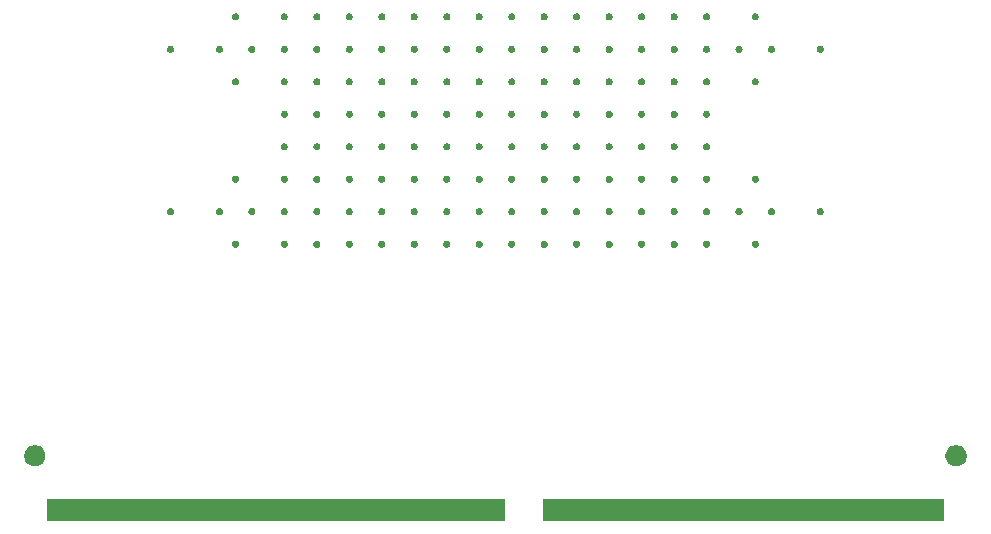
<source format=gbr>
G04 #@! TF.GenerationSoftware,KiCad,Pcbnew,5.0.2-bee76a0~70~ubuntu18.04.1*
G04 #@! TF.CreationDate,2020-04-09T14:21:13+02:00*
G04 #@! TF.ProjectId,DIMMCartridge,44494d4d-4361-4727-9472-696467652e6b,rev?*
G04 #@! TF.SameCoordinates,Original*
G04 #@! TF.FileFunction,Soldermask,Bot*
G04 #@! TF.FilePolarity,Negative*
%FSLAX46Y46*%
G04 Gerber Fmt 4.6, Leading zero omitted, Abs format (unit mm)*
G04 Created by KiCad (PCBNEW 5.0.2-bee76a0~70~ubuntu18.04.1) date Do 09 Apr 2020 14:21:13 CEST*
%MOMM*%
%LPD*%
G01*
G04 APERTURE LIST*
%ADD10C,0.100000*%
G04 APERTURE END LIST*
D10*
G36*
X100800000Y-132540000D02*
X62000000Y-132540000D01*
X62000000Y-130740000D01*
X100800000Y-130740000D01*
X100800000Y-132540000D01*
X100800000Y-132540000D01*
G37*
G36*
X138000000Y-132540000D02*
X104000000Y-132540000D01*
X104000000Y-130740000D01*
X138000000Y-130740000D01*
X138000000Y-132540000D01*
X138000000Y-132540000D01*
G37*
G36*
X139262521Y-126174586D02*
X139426309Y-126242429D01*
X139573720Y-126340926D01*
X139699074Y-126466280D01*
X139797571Y-126613691D01*
X139865414Y-126777479D01*
X139900000Y-126951356D01*
X139900000Y-127128644D01*
X139865414Y-127302521D01*
X139797571Y-127466309D01*
X139699074Y-127613720D01*
X139573720Y-127739074D01*
X139426309Y-127837571D01*
X139262521Y-127905414D01*
X139088644Y-127940000D01*
X138911356Y-127940000D01*
X138737479Y-127905414D01*
X138573691Y-127837571D01*
X138426280Y-127739074D01*
X138300926Y-127613720D01*
X138202429Y-127466309D01*
X138134586Y-127302521D01*
X138100000Y-127128644D01*
X138100000Y-126951356D01*
X138134586Y-126777479D01*
X138202429Y-126613691D01*
X138300926Y-126466280D01*
X138426280Y-126340926D01*
X138573691Y-126242429D01*
X138737479Y-126174586D01*
X138911356Y-126140000D01*
X139088644Y-126140000D01*
X139262521Y-126174586D01*
X139262521Y-126174586D01*
G37*
G36*
X61262521Y-126174586D02*
X61426309Y-126242429D01*
X61573720Y-126340926D01*
X61699074Y-126466280D01*
X61797571Y-126613691D01*
X61865414Y-126777479D01*
X61900000Y-126951356D01*
X61900000Y-127128644D01*
X61865414Y-127302521D01*
X61797571Y-127466309D01*
X61699074Y-127613720D01*
X61573720Y-127739074D01*
X61426309Y-127837571D01*
X61262521Y-127905414D01*
X61088644Y-127940000D01*
X60911356Y-127940000D01*
X60737479Y-127905414D01*
X60573691Y-127837571D01*
X60426280Y-127739074D01*
X60300926Y-127613720D01*
X60202429Y-127466309D01*
X60134586Y-127302521D01*
X60100000Y-127128644D01*
X60100000Y-126951356D01*
X60134586Y-126777479D01*
X60202429Y-126613691D01*
X60300926Y-126466280D01*
X60426280Y-126340926D01*
X60573691Y-126242429D01*
X60737479Y-126174586D01*
X60911356Y-126140000D01*
X61088644Y-126140000D01*
X61262521Y-126174586D01*
X61262521Y-126174586D01*
G37*
G36*
X115213207Y-108834221D02*
X115268240Y-108857016D01*
X115317772Y-108890113D01*
X115359887Y-108932228D01*
X115392984Y-108981760D01*
X115415779Y-109036793D01*
X115427400Y-109095216D01*
X115427400Y-109154784D01*
X115415779Y-109213207D01*
X115392984Y-109268240D01*
X115359887Y-109317772D01*
X115317772Y-109359887D01*
X115268240Y-109392984D01*
X115213207Y-109415779D01*
X115154784Y-109427400D01*
X115095216Y-109427400D01*
X115036793Y-109415779D01*
X114981760Y-109392984D01*
X114932228Y-109359887D01*
X114890113Y-109317772D01*
X114857016Y-109268240D01*
X114834221Y-109213207D01*
X114822600Y-109154784D01*
X114822600Y-109095216D01*
X114834221Y-109036793D01*
X114857016Y-108981760D01*
X114890113Y-108932228D01*
X114932228Y-108890113D01*
X114981760Y-108857016D01*
X115036793Y-108834221D01*
X115095216Y-108822600D01*
X115154784Y-108822600D01*
X115213207Y-108834221D01*
X115213207Y-108834221D01*
G37*
G36*
X104213207Y-108834221D02*
X104268240Y-108857016D01*
X104317772Y-108890113D01*
X104359887Y-108932228D01*
X104392984Y-108981760D01*
X104415779Y-109036793D01*
X104427400Y-109095216D01*
X104427400Y-109154784D01*
X104415779Y-109213207D01*
X104392984Y-109268240D01*
X104359887Y-109317772D01*
X104317772Y-109359887D01*
X104268240Y-109392984D01*
X104213207Y-109415779D01*
X104154784Y-109427400D01*
X104095216Y-109427400D01*
X104036793Y-109415779D01*
X103981760Y-109392984D01*
X103932228Y-109359887D01*
X103890113Y-109317772D01*
X103857016Y-109268240D01*
X103834221Y-109213207D01*
X103822600Y-109154784D01*
X103822600Y-109095216D01*
X103834221Y-109036793D01*
X103857016Y-108981760D01*
X103890113Y-108932228D01*
X103932228Y-108890113D01*
X103981760Y-108857016D01*
X104036793Y-108834221D01*
X104095216Y-108822600D01*
X104154784Y-108822600D01*
X104213207Y-108834221D01*
X104213207Y-108834221D01*
G37*
G36*
X106963207Y-108834221D02*
X107018240Y-108857016D01*
X107067772Y-108890113D01*
X107109887Y-108932228D01*
X107142984Y-108981760D01*
X107165779Y-109036793D01*
X107177400Y-109095216D01*
X107177400Y-109154784D01*
X107165779Y-109213207D01*
X107142984Y-109268240D01*
X107109887Y-109317772D01*
X107067772Y-109359887D01*
X107018240Y-109392984D01*
X106963207Y-109415779D01*
X106904784Y-109427400D01*
X106845216Y-109427400D01*
X106786793Y-109415779D01*
X106731760Y-109392984D01*
X106682228Y-109359887D01*
X106640113Y-109317772D01*
X106607016Y-109268240D01*
X106584221Y-109213207D01*
X106572600Y-109154784D01*
X106572600Y-109095216D01*
X106584221Y-109036793D01*
X106607016Y-108981760D01*
X106640113Y-108932228D01*
X106682228Y-108890113D01*
X106731760Y-108857016D01*
X106786793Y-108834221D01*
X106845216Y-108822600D01*
X106904784Y-108822600D01*
X106963207Y-108834221D01*
X106963207Y-108834221D01*
G37*
G36*
X109713207Y-108834221D02*
X109768240Y-108857016D01*
X109817772Y-108890113D01*
X109859887Y-108932228D01*
X109892984Y-108981760D01*
X109915779Y-109036793D01*
X109927400Y-109095216D01*
X109927400Y-109154784D01*
X109915779Y-109213207D01*
X109892984Y-109268240D01*
X109859887Y-109317772D01*
X109817772Y-109359887D01*
X109768240Y-109392984D01*
X109713207Y-109415779D01*
X109654784Y-109427400D01*
X109595216Y-109427400D01*
X109536793Y-109415779D01*
X109481760Y-109392984D01*
X109432228Y-109359887D01*
X109390113Y-109317772D01*
X109357016Y-109268240D01*
X109334221Y-109213207D01*
X109322600Y-109154784D01*
X109322600Y-109095216D01*
X109334221Y-109036793D01*
X109357016Y-108981760D01*
X109390113Y-108932228D01*
X109432228Y-108890113D01*
X109481760Y-108857016D01*
X109536793Y-108834221D01*
X109595216Y-108822600D01*
X109654784Y-108822600D01*
X109713207Y-108834221D01*
X109713207Y-108834221D01*
G37*
G36*
X112463207Y-108834221D02*
X112518240Y-108857016D01*
X112567772Y-108890113D01*
X112609887Y-108932228D01*
X112642984Y-108981760D01*
X112665779Y-109036793D01*
X112677400Y-109095216D01*
X112677400Y-109154784D01*
X112665779Y-109213207D01*
X112642984Y-109268240D01*
X112609887Y-109317772D01*
X112567772Y-109359887D01*
X112518240Y-109392984D01*
X112463207Y-109415779D01*
X112404784Y-109427400D01*
X112345216Y-109427400D01*
X112286793Y-109415779D01*
X112231760Y-109392984D01*
X112182228Y-109359887D01*
X112140113Y-109317772D01*
X112107016Y-109268240D01*
X112084221Y-109213207D01*
X112072600Y-109154784D01*
X112072600Y-109095216D01*
X112084221Y-109036793D01*
X112107016Y-108981760D01*
X112140113Y-108932228D01*
X112182228Y-108890113D01*
X112231760Y-108857016D01*
X112286793Y-108834221D01*
X112345216Y-108822600D01*
X112404784Y-108822600D01*
X112463207Y-108834221D01*
X112463207Y-108834221D01*
G37*
G36*
X117963207Y-108834221D02*
X118018240Y-108857016D01*
X118067772Y-108890113D01*
X118109887Y-108932228D01*
X118142984Y-108981760D01*
X118165779Y-109036793D01*
X118177400Y-109095216D01*
X118177400Y-109154784D01*
X118165779Y-109213207D01*
X118142984Y-109268240D01*
X118109887Y-109317772D01*
X118067772Y-109359887D01*
X118018240Y-109392984D01*
X117963207Y-109415779D01*
X117904784Y-109427400D01*
X117845216Y-109427400D01*
X117786793Y-109415779D01*
X117731760Y-109392984D01*
X117682228Y-109359887D01*
X117640113Y-109317772D01*
X117607016Y-109268240D01*
X117584221Y-109213207D01*
X117572600Y-109154784D01*
X117572600Y-109095216D01*
X117584221Y-109036793D01*
X117607016Y-108981760D01*
X117640113Y-108932228D01*
X117682228Y-108890113D01*
X117731760Y-108857016D01*
X117786793Y-108834221D01*
X117845216Y-108822600D01*
X117904784Y-108822600D01*
X117963207Y-108834221D01*
X117963207Y-108834221D01*
G37*
G36*
X122088207Y-108834221D02*
X122143240Y-108857016D01*
X122192772Y-108890113D01*
X122234887Y-108932228D01*
X122267984Y-108981760D01*
X122290779Y-109036793D01*
X122302400Y-109095216D01*
X122302400Y-109154784D01*
X122290779Y-109213207D01*
X122267984Y-109268240D01*
X122234887Y-109317772D01*
X122192772Y-109359887D01*
X122143240Y-109392984D01*
X122088207Y-109415779D01*
X122029784Y-109427400D01*
X121970216Y-109427400D01*
X121911793Y-109415779D01*
X121856760Y-109392984D01*
X121807228Y-109359887D01*
X121765113Y-109317772D01*
X121732016Y-109268240D01*
X121709221Y-109213207D01*
X121697600Y-109154784D01*
X121697600Y-109095216D01*
X121709221Y-109036793D01*
X121732016Y-108981760D01*
X121765113Y-108932228D01*
X121807228Y-108890113D01*
X121856760Y-108857016D01*
X121911793Y-108834221D01*
X121970216Y-108822600D01*
X122029784Y-108822600D01*
X122088207Y-108834221D01*
X122088207Y-108834221D01*
G37*
G36*
X101463207Y-108834221D02*
X101518240Y-108857016D01*
X101567772Y-108890113D01*
X101609887Y-108932228D01*
X101642984Y-108981760D01*
X101665779Y-109036793D01*
X101677400Y-109095216D01*
X101677400Y-109154784D01*
X101665779Y-109213207D01*
X101642984Y-109268240D01*
X101609887Y-109317772D01*
X101567772Y-109359887D01*
X101518240Y-109392984D01*
X101463207Y-109415779D01*
X101404784Y-109427400D01*
X101345216Y-109427400D01*
X101286793Y-109415779D01*
X101231760Y-109392984D01*
X101182228Y-109359887D01*
X101140113Y-109317772D01*
X101107016Y-109268240D01*
X101084221Y-109213207D01*
X101072600Y-109154784D01*
X101072600Y-109095216D01*
X101084221Y-109036793D01*
X101107016Y-108981760D01*
X101140113Y-108932228D01*
X101182228Y-108890113D01*
X101231760Y-108857016D01*
X101286793Y-108834221D01*
X101345216Y-108822600D01*
X101404784Y-108822600D01*
X101463207Y-108834221D01*
X101463207Y-108834221D01*
G37*
G36*
X93213207Y-108834221D02*
X93268240Y-108857016D01*
X93317772Y-108890113D01*
X93359887Y-108932228D01*
X93392984Y-108981760D01*
X93415779Y-109036793D01*
X93427400Y-109095216D01*
X93427400Y-109154784D01*
X93415779Y-109213207D01*
X93392984Y-109268240D01*
X93359887Y-109317772D01*
X93317772Y-109359887D01*
X93268240Y-109392984D01*
X93213207Y-109415779D01*
X93154784Y-109427400D01*
X93095216Y-109427400D01*
X93036793Y-109415779D01*
X92981760Y-109392984D01*
X92932228Y-109359887D01*
X92890113Y-109317772D01*
X92857016Y-109268240D01*
X92834221Y-109213207D01*
X92822600Y-109154784D01*
X92822600Y-109095216D01*
X92834221Y-109036793D01*
X92857016Y-108981760D01*
X92890113Y-108932228D01*
X92932228Y-108890113D01*
X92981760Y-108857016D01*
X93036793Y-108834221D01*
X93095216Y-108822600D01*
X93154784Y-108822600D01*
X93213207Y-108834221D01*
X93213207Y-108834221D01*
G37*
G36*
X78088207Y-108834221D02*
X78143240Y-108857016D01*
X78192772Y-108890113D01*
X78234887Y-108932228D01*
X78267984Y-108981760D01*
X78290779Y-109036793D01*
X78302400Y-109095216D01*
X78302400Y-109154784D01*
X78290779Y-109213207D01*
X78267984Y-109268240D01*
X78234887Y-109317772D01*
X78192772Y-109359887D01*
X78143240Y-109392984D01*
X78088207Y-109415779D01*
X78029784Y-109427400D01*
X77970216Y-109427400D01*
X77911793Y-109415779D01*
X77856760Y-109392984D01*
X77807228Y-109359887D01*
X77765113Y-109317772D01*
X77732016Y-109268240D01*
X77709221Y-109213207D01*
X77697600Y-109154784D01*
X77697600Y-109095216D01*
X77709221Y-109036793D01*
X77732016Y-108981760D01*
X77765113Y-108932228D01*
X77807228Y-108890113D01*
X77856760Y-108857016D01*
X77911793Y-108834221D01*
X77970216Y-108822600D01*
X78029784Y-108822600D01*
X78088207Y-108834221D01*
X78088207Y-108834221D01*
G37*
G36*
X95963207Y-108834221D02*
X96018240Y-108857016D01*
X96067772Y-108890113D01*
X96109887Y-108932228D01*
X96142984Y-108981760D01*
X96165779Y-109036793D01*
X96177400Y-109095216D01*
X96177400Y-109154784D01*
X96165779Y-109213207D01*
X96142984Y-109268240D01*
X96109887Y-109317772D01*
X96067772Y-109359887D01*
X96018240Y-109392984D01*
X95963207Y-109415779D01*
X95904784Y-109427400D01*
X95845216Y-109427400D01*
X95786793Y-109415779D01*
X95731760Y-109392984D01*
X95682228Y-109359887D01*
X95640113Y-109317772D01*
X95607016Y-109268240D01*
X95584221Y-109213207D01*
X95572600Y-109154784D01*
X95572600Y-109095216D01*
X95584221Y-109036793D01*
X95607016Y-108981760D01*
X95640113Y-108932228D01*
X95682228Y-108890113D01*
X95731760Y-108857016D01*
X95786793Y-108834221D01*
X95845216Y-108822600D01*
X95904784Y-108822600D01*
X95963207Y-108834221D01*
X95963207Y-108834221D01*
G37*
G36*
X98713207Y-108834221D02*
X98768240Y-108857016D01*
X98817772Y-108890113D01*
X98859887Y-108932228D01*
X98892984Y-108981760D01*
X98915779Y-109036793D01*
X98927400Y-109095216D01*
X98927400Y-109154784D01*
X98915779Y-109213207D01*
X98892984Y-109268240D01*
X98859887Y-109317772D01*
X98817772Y-109359887D01*
X98768240Y-109392984D01*
X98713207Y-109415779D01*
X98654784Y-109427400D01*
X98595216Y-109427400D01*
X98536793Y-109415779D01*
X98481760Y-109392984D01*
X98432228Y-109359887D01*
X98390113Y-109317772D01*
X98357016Y-109268240D01*
X98334221Y-109213207D01*
X98322600Y-109154784D01*
X98322600Y-109095216D01*
X98334221Y-109036793D01*
X98357016Y-108981760D01*
X98390113Y-108932228D01*
X98432228Y-108890113D01*
X98481760Y-108857016D01*
X98536793Y-108834221D01*
X98595216Y-108822600D01*
X98654784Y-108822600D01*
X98713207Y-108834221D01*
X98713207Y-108834221D01*
G37*
G36*
X84963207Y-108834221D02*
X85018240Y-108857016D01*
X85067772Y-108890113D01*
X85109887Y-108932228D01*
X85142984Y-108981760D01*
X85165779Y-109036793D01*
X85177400Y-109095216D01*
X85177400Y-109154784D01*
X85165779Y-109213207D01*
X85142984Y-109268240D01*
X85109887Y-109317772D01*
X85067772Y-109359887D01*
X85018240Y-109392984D01*
X84963207Y-109415779D01*
X84904784Y-109427400D01*
X84845216Y-109427400D01*
X84786793Y-109415779D01*
X84731760Y-109392984D01*
X84682228Y-109359887D01*
X84640113Y-109317772D01*
X84607016Y-109268240D01*
X84584221Y-109213207D01*
X84572600Y-109154784D01*
X84572600Y-109095216D01*
X84584221Y-109036793D01*
X84607016Y-108981760D01*
X84640113Y-108932228D01*
X84682228Y-108890113D01*
X84731760Y-108857016D01*
X84786793Y-108834221D01*
X84845216Y-108822600D01*
X84904784Y-108822600D01*
X84963207Y-108834221D01*
X84963207Y-108834221D01*
G37*
G36*
X87713207Y-108834221D02*
X87768240Y-108857016D01*
X87817772Y-108890113D01*
X87859887Y-108932228D01*
X87892984Y-108981760D01*
X87915779Y-109036793D01*
X87927400Y-109095216D01*
X87927400Y-109154784D01*
X87915779Y-109213207D01*
X87892984Y-109268240D01*
X87859887Y-109317772D01*
X87817772Y-109359887D01*
X87768240Y-109392984D01*
X87713207Y-109415779D01*
X87654784Y-109427400D01*
X87595216Y-109427400D01*
X87536793Y-109415779D01*
X87481760Y-109392984D01*
X87432228Y-109359887D01*
X87390113Y-109317772D01*
X87357016Y-109268240D01*
X87334221Y-109213207D01*
X87322600Y-109154784D01*
X87322600Y-109095216D01*
X87334221Y-109036793D01*
X87357016Y-108981760D01*
X87390113Y-108932228D01*
X87432228Y-108890113D01*
X87481760Y-108857016D01*
X87536793Y-108834221D01*
X87595216Y-108822600D01*
X87654784Y-108822600D01*
X87713207Y-108834221D01*
X87713207Y-108834221D01*
G37*
G36*
X90463207Y-108834221D02*
X90518240Y-108857016D01*
X90567772Y-108890113D01*
X90609887Y-108932228D01*
X90642984Y-108981760D01*
X90665779Y-109036793D01*
X90677400Y-109095216D01*
X90677400Y-109154784D01*
X90665779Y-109213207D01*
X90642984Y-109268240D01*
X90609887Y-109317772D01*
X90567772Y-109359887D01*
X90518240Y-109392984D01*
X90463207Y-109415779D01*
X90404784Y-109427400D01*
X90345216Y-109427400D01*
X90286793Y-109415779D01*
X90231760Y-109392984D01*
X90182228Y-109359887D01*
X90140113Y-109317772D01*
X90107016Y-109268240D01*
X90084221Y-109213207D01*
X90072600Y-109154784D01*
X90072600Y-109095216D01*
X90084221Y-109036793D01*
X90107016Y-108981760D01*
X90140113Y-108932228D01*
X90182228Y-108890113D01*
X90231760Y-108857016D01*
X90286793Y-108834221D01*
X90345216Y-108822600D01*
X90404784Y-108822600D01*
X90463207Y-108834221D01*
X90463207Y-108834221D01*
G37*
G36*
X82213207Y-108834221D02*
X82268240Y-108857016D01*
X82317772Y-108890113D01*
X82359887Y-108932228D01*
X82392984Y-108981760D01*
X82415779Y-109036793D01*
X82427400Y-109095216D01*
X82427400Y-109154784D01*
X82415779Y-109213207D01*
X82392984Y-109268240D01*
X82359887Y-109317772D01*
X82317772Y-109359887D01*
X82268240Y-109392984D01*
X82213207Y-109415779D01*
X82154784Y-109427400D01*
X82095216Y-109427400D01*
X82036793Y-109415779D01*
X81981760Y-109392984D01*
X81932228Y-109359887D01*
X81890113Y-109317772D01*
X81857016Y-109268240D01*
X81834221Y-109213207D01*
X81822600Y-109154784D01*
X81822600Y-109095216D01*
X81834221Y-109036793D01*
X81857016Y-108981760D01*
X81890113Y-108932228D01*
X81932228Y-108890113D01*
X81981760Y-108857016D01*
X82036793Y-108834221D01*
X82095216Y-108822600D01*
X82154784Y-108822600D01*
X82213207Y-108834221D01*
X82213207Y-108834221D01*
G37*
G36*
X98713207Y-106084221D02*
X98768240Y-106107016D01*
X98817772Y-106140113D01*
X98859887Y-106182228D01*
X98892984Y-106231760D01*
X98915779Y-106286793D01*
X98927400Y-106345216D01*
X98927400Y-106404784D01*
X98915779Y-106463207D01*
X98892984Y-106518240D01*
X98859887Y-106567772D01*
X98817772Y-106609887D01*
X98768240Y-106642984D01*
X98713207Y-106665779D01*
X98654784Y-106677400D01*
X98595216Y-106677400D01*
X98536793Y-106665779D01*
X98481760Y-106642984D01*
X98432228Y-106609887D01*
X98390113Y-106567772D01*
X98357016Y-106518240D01*
X98334221Y-106463207D01*
X98322600Y-106404784D01*
X98322600Y-106345216D01*
X98334221Y-106286793D01*
X98357016Y-106231760D01*
X98390113Y-106182228D01*
X98432228Y-106140113D01*
X98481760Y-106107016D01*
X98536793Y-106084221D01*
X98595216Y-106072600D01*
X98654784Y-106072600D01*
X98713207Y-106084221D01*
X98713207Y-106084221D01*
G37*
G36*
X106963207Y-106084221D02*
X107018240Y-106107016D01*
X107067772Y-106140113D01*
X107109887Y-106182228D01*
X107142984Y-106231760D01*
X107165779Y-106286793D01*
X107177400Y-106345216D01*
X107177400Y-106404784D01*
X107165779Y-106463207D01*
X107142984Y-106518240D01*
X107109887Y-106567772D01*
X107067772Y-106609887D01*
X107018240Y-106642984D01*
X106963207Y-106665779D01*
X106904784Y-106677400D01*
X106845216Y-106677400D01*
X106786793Y-106665779D01*
X106731760Y-106642984D01*
X106682228Y-106609887D01*
X106640113Y-106567772D01*
X106607016Y-106518240D01*
X106584221Y-106463207D01*
X106572600Y-106404784D01*
X106572600Y-106345216D01*
X106584221Y-106286793D01*
X106607016Y-106231760D01*
X106640113Y-106182228D01*
X106682228Y-106140113D01*
X106731760Y-106107016D01*
X106786793Y-106084221D01*
X106845216Y-106072600D01*
X106904784Y-106072600D01*
X106963207Y-106084221D01*
X106963207Y-106084221D01*
G37*
G36*
X109713207Y-106084221D02*
X109768240Y-106107016D01*
X109817772Y-106140113D01*
X109859887Y-106182228D01*
X109892984Y-106231760D01*
X109915779Y-106286793D01*
X109927400Y-106345216D01*
X109927400Y-106404784D01*
X109915779Y-106463207D01*
X109892984Y-106518240D01*
X109859887Y-106567772D01*
X109817772Y-106609887D01*
X109768240Y-106642984D01*
X109713207Y-106665779D01*
X109654784Y-106677400D01*
X109595216Y-106677400D01*
X109536793Y-106665779D01*
X109481760Y-106642984D01*
X109432228Y-106609887D01*
X109390113Y-106567772D01*
X109357016Y-106518240D01*
X109334221Y-106463207D01*
X109322600Y-106404784D01*
X109322600Y-106345216D01*
X109334221Y-106286793D01*
X109357016Y-106231760D01*
X109390113Y-106182228D01*
X109432228Y-106140113D01*
X109481760Y-106107016D01*
X109536793Y-106084221D01*
X109595216Y-106072600D01*
X109654784Y-106072600D01*
X109713207Y-106084221D01*
X109713207Y-106084221D01*
G37*
G36*
X112463207Y-106084221D02*
X112518240Y-106107016D01*
X112567772Y-106140113D01*
X112609887Y-106182228D01*
X112642984Y-106231760D01*
X112665779Y-106286793D01*
X112677400Y-106345216D01*
X112677400Y-106404784D01*
X112665779Y-106463207D01*
X112642984Y-106518240D01*
X112609887Y-106567772D01*
X112567772Y-106609887D01*
X112518240Y-106642984D01*
X112463207Y-106665779D01*
X112404784Y-106677400D01*
X112345216Y-106677400D01*
X112286793Y-106665779D01*
X112231760Y-106642984D01*
X112182228Y-106609887D01*
X112140113Y-106567772D01*
X112107016Y-106518240D01*
X112084221Y-106463207D01*
X112072600Y-106404784D01*
X112072600Y-106345216D01*
X112084221Y-106286793D01*
X112107016Y-106231760D01*
X112140113Y-106182228D01*
X112182228Y-106140113D01*
X112231760Y-106107016D01*
X112286793Y-106084221D01*
X112345216Y-106072600D01*
X112404784Y-106072600D01*
X112463207Y-106084221D01*
X112463207Y-106084221D01*
G37*
G36*
X127588207Y-106084221D02*
X127643240Y-106107016D01*
X127692772Y-106140113D01*
X127734887Y-106182228D01*
X127767984Y-106231760D01*
X127790779Y-106286793D01*
X127802400Y-106345216D01*
X127802400Y-106404784D01*
X127790779Y-106463207D01*
X127767984Y-106518240D01*
X127734887Y-106567772D01*
X127692772Y-106609887D01*
X127643240Y-106642984D01*
X127588207Y-106665779D01*
X127529784Y-106677400D01*
X127470216Y-106677400D01*
X127411793Y-106665779D01*
X127356760Y-106642984D01*
X127307228Y-106609887D01*
X127265113Y-106567772D01*
X127232016Y-106518240D01*
X127209221Y-106463207D01*
X127197600Y-106404784D01*
X127197600Y-106345216D01*
X127209221Y-106286793D01*
X127232016Y-106231760D01*
X127265113Y-106182228D01*
X127307228Y-106140113D01*
X127356760Y-106107016D01*
X127411793Y-106084221D01*
X127470216Y-106072600D01*
X127529784Y-106072600D01*
X127588207Y-106084221D01*
X127588207Y-106084221D01*
G37*
G36*
X123463207Y-106084221D02*
X123518240Y-106107016D01*
X123567772Y-106140113D01*
X123609887Y-106182228D01*
X123642984Y-106231760D01*
X123665779Y-106286793D01*
X123677400Y-106345216D01*
X123677400Y-106404784D01*
X123665779Y-106463207D01*
X123642984Y-106518240D01*
X123609887Y-106567772D01*
X123567772Y-106609887D01*
X123518240Y-106642984D01*
X123463207Y-106665779D01*
X123404784Y-106677400D01*
X123345216Y-106677400D01*
X123286793Y-106665779D01*
X123231760Y-106642984D01*
X123182228Y-106609887D01*
X123140113Y-106567772D01*
X123107016Y-106518240D01*
X123084221Y-106463207D01*
X123072600Y-106404784D01*
X123072600Y-106345216D01*
X123084221Y-106286793D01*
X123107016Y-106231760D01*
X123140113Y-106182228D01*
X123182228Y-106140113D01*
X123231760Y-106107016D01*
X123286793Y-106084221D01*
X123345216Y-106072600D01*
X123404784Y-106072600D01*
X123463207Y-106084221D01*
X123463207Y-106084221D01*
G37*
G36*
X120713207Y-106084221D02*
X120768240Y-106107016D01*
X120817772Y-106140113D01*
X120859887Y-106182228D01*
X120892984Y-106231760D01*
X120915779Y-106286793D01*
X120927400Y-106345216D01*
X120927400Y-106404784D01*
X120915779Y-106463207D01*
X120892984Y-106518240D01*
X120859887Y-106567772D01*
X120817772Y-106609887D01*
X120768240Y-106642984D01*
X120713207Y-106665779D01*
X120654784Y-106677400D01*
X120595216Y-106677400D01*
X120536793Y-106665779D01*
X120481760Y-106642984D01*
X120432228Y-106609887D01*
X120390113Y-106567772D01*
X120357016Y-106518240D01*
X120334221Y-106463207D01*
X120322600Y-106404784D01*
X120322600Y-106345216D01*
X120334221Y-106286793D01*
X120357016Y-106231760D01*
X120390113Y-106182228D01*
X120432228Y-106140113D01*
X120481760Y-106107016D01*
X120536793Y-106084221D01*
X120595216Y-106072600D01*
X120654784Y-106072600D01*
X120713207Y-106084221D01*
X120713207Y-106084221D01*
G37*
G36*
X115213207Y-106084221D02*
X115268240Y-106107016D01*
X115317772Y-106140113D01*
X115359887Y-106182228D01*
X115392984Y-106231760D01*
X115415779Y-106286793D01*
X115427400Y-106345216D01*
X115427400Y-106404784D01*
X115415779Y-106463207D01*
X115392984Y-106518240D01*
X115359887Y-106567772D01*
X115317772Y-106609887D01*
X115268240Y-106642984D01*
X115213207Y-106665779D01*
X115154784Y-106677400D01*
X115095216Y-106677400D01*
X115036793Y-106665779D01*
X114981760Y-106642984D01*
X114932228Y-106609887D01*
X114890113Y-106567772D01*
X114857016Y-106518240D01*
X114834221Y-106463207D01*
X114822600Y-106404784D01*
X114822600Y-106345216D01*
X114834221Y-106286793D01*
X114857016Y-106231760D01*
X114890113Y-106182228D01*
X114932228Y-106140113D01*
X114981760Y-106107016D01*
X115036793Y-106084221D01*
X115095216Y-106072600D01*
X115154784Y-106072600D01*
X115213207Y-106084221D01*
X115213207Y-106084221D01*
G37*
G36*
X117963207Y-106084221D02*
X118018240Y-106107016D01*
X118067772Y-106140113D01*
X118109887Y-106182228D01*
X118142984Y-106231760D01*
X118165779Y-106286793D01*
X118177400Y-106345216D01*
X118177400Y-106404784D01*
X118165779Y-106463207D01*
X118142984Y-106518240D01*
X118109887Y-106567772D01*
X118067772Y-106609887D01*
X118018240Y-106642984D01*
X117963207Y-106665779D01*
X117904784Y-106677400D01*
X117845216Y-106677400D01*
X117786793Y-106665779D01*
X117731760Y-106642984D01*
X117682228Y-106609887D01*
X117640113Y-106567772D01*
X117607016Y-106518240D01*
X117584221Y-106463207D01*
X117572600Y-106404784D01*
X117572600Y-106345216D01*
X117584221Y-106286793D01*
X117607016Y-106231760D01*
X117640113Y-106182228D01*
X117682228Y-106140113D01*
X117731760Y-106107016D01*
X117786793Y-106084221D01*
X117845216Y-106072600D01*
X117904784Y-106072600D01*
X117963207Y-106084221D01*
X117963207Y-106084221D01*
G37*
G36*
X104213207Y-106084221D02*
X104268240Y-106107016D01*
X104317772Y-106140113D01*
X104359887Y-106182228D01*
X104392984Y-106231760D01*
X104415779Y-106286793D01*
X104427400Y-106345216D01*
X104427400Y-106404784D01*
X104415779Y-106463207D01*
X104392984Y-106518240D01*
X104359887Y-106567772D01*
X104317772Y-106609887D01*
X104268240Y-106642984D01*
X104213207Y-106665779D01*
X104154784Y-106677400D01*
X104095216Y-106677400D01*
X104036793Y-106665779D01*
X103981760Y-106642984D01*
X103932228Y-106609887D01*
X103890113Y-106567772D01*
X103857016Y-106518240D01*
X103834221Y-106463207D01*
X103822600Y-106404784D01*
X103822600Y-106345216D01*
X103834221Y-106286793D01*
X103857016Y-106231760D01*
X103890113Y-106182228D01*
X103932228Y-106140113D01*
X103981760Y-106107016D01*
X104036793Y-106084221D01*
X104095216Y-106072600D01*
X104154784Y-106072600D01*
X104213207Y-106084221D01*
X104213207Y-106084221D01*
G37*
G36*
X72588207Y-106084221D02*
X72643240Y-106107016D01*
X72692772Y-106140113D01*
X72734887Y-106182228D01*
X72767984Y-106231760D01*
X72790779Y-106286793D01*
X72802400Y-106345216D01*
X72802400Y-106404784D01*
X72790779Y-106463207D01*
X72767984Y-106518240D01*
X72734887Y-106567772D01*
X72692772Y-106609887D01*
X72643240Y-106642984D01*
X72588207Y-106665779D01*
X72529784Y-106677400D01*
X72470216Y-106677400D01*
X72411793Y-106665779D01*
X72356760Y-106642984D01*
X72307228Y-106609887D01*
X72265113Y-106567772D01*
X72232016Y-106518240D01*
X72209221Y-106463207D01*
X72197600Y-106404784D01*
X72197600Y-106345216D01*
X72209221Y-106286793D01*
X72232016Y-106231760D01*
X72265113Y-106182228D01*
X72307228Y-106140113D01*
X72356760Y-106107016D01*
X72411793Y-106084221D01*
X72470216Y-106072600D01*
X72529784Y-106072600D01*
X72588207Y-106084221D01*
X72588207Y-106084221D01*
G37*
G36*
X82213207Y-106084221D02*
X82268240Y-106107016D01*
X82317772Y-106140113D01*
X82359887Y-106182228D01*
X82392984Y-106231760D01*
X82415779Y-106286793D01*
X82427400Y-106345216D01*
X82427400Y-106404784D01*
X82415779Y-106463207D01*
X82392984Y-106518240D01*
X82359887Y-106567772D01*
X82317772Y-106609887D01*
X82268240Y-106642984D01*
X82213207Y-106665779D01*
X82154784Y-106677400D01*
X82095216Y-106677400D01*
X82036793Y-106665779D01*
X81981760Y-106642984D01*
X81932228Y-106609887D01*
X81890113Y-106567772D01*
X81857016Y-106518240D01*
X81834221Y-106463207D01*
X81822600Y-106404784D01*
X81822600Y-106345216D01*
X81834221Y-106286793D01*
X81857016Y-106231760D01*
X81890113Y-106182228D01*
X81932228Y-106140113D01*
X81981760Y-106107016D01*
X82036793Y-106084221D01*
X82095216Y-106072600D01*
X82154784Y-106072600D01*
X82213207Y-106084221D01*
X82213207Y-106084221D01*
G37*
G36*
X95963207Y-106084221D02*
X96018240Y-106107016D01*
X96067772Y-106140113D01*
X96109887Y-106182228D01*
X96142984Y-106231760D01*
X96165779Y-106286793D01*
X96177400Y-106345216D01*
X96177400Y-106404784D01*
X96165779Y-106463207D01*
X96142984Y-106518240D01*
X96109887Y-106567772D01*
X96067772Y-106609887D01*
X96018240Y-106642984D01*
X95963207Y-106665779D01*
X95904784Y-106677400D01*
X95845216Y-106677400D01*
X95786793Y-106665779D01*
X95731760Y-106642984D01*
X95682228Y-106609887D01*
X95640113Y-106567772D01*
X95607016Y-106518240D01*
X95584221Y-106463207D01*
X95572600Y-106404784D01*
X95572600Y-106345216D01*
X95584221Y-106286793D01*
X95607016Y-106231760D01*
X95640113Y-106182228D01*
X95682228Y-106140113D01*
X95731760Y-106107016D01*
X95786793Y-106084221D01*
X95845216Y-106072600D01*
X95904784Y-106072600D01*
X95963207Y-106084221D01*
X95963207Y-106084221D01*
G37*
G36*
X93213207Y-106084221D02*
X93268240Y-106107016D01*
X93317772Y-106140113D01*
X93359887Y-106182228D01*
X93392984Y-106231760D01*
X93415779Y-106286793D01*
X93427400Y-106345216D01*
X93427400Y-106404784D01*
X93415779Y-106463207D01*
X93392984Y-106518240D01*
X93359887Y-106567772D01*
X93317772Y-106609887D01*
X93268240Y-106642984D01*
X93213207Y-106665779D01*
X93154784Y-106677400D01*
X93095216Y-106677400D01*
X93036793Y-106665779D01*
X92981760Y-106642984D01*
X92932228Y-106609887D01*
X92890113Y-106567772D01*
X92857016Y-106518240D01*
X92834221Y-106463207D01*
X92822600Y-106404784D01*
X92822600Y-106345216D01*
X92834221Y-106286793D01*
X92857016Y-106231760D01*
X92890113Y-106182228D01*
X92932228Y-106140113D01*
X92981760Y-106107016D01*
X93036793Y-106084221D01*
X93095216Y-106072600D01*
X93154784Y-106072600D01*
X93213207Y-106084221D01*
X93213207Y-106084221D01*
G37*
G36*
X90463207Y-106084221D02*
X90518240Y-106107016D01*
X90567772Y-106140113D01*
X90609887Y-106182228D01*
X90642984Y-106231760D01*
X90665779Y-106286793D01*
X90677400Y-106345216D01*
X90677400Y-106404784D01*
X90665779Y-106463207D01*
X90642984Y-106518240D01*
X90609887Y-106567772D01*
X90567772Y-106609887D01*
X90518240Y-106642984D01*
X90463207Y-106665779D01*
X90404784Y-106677400D01*
X90345216Y-106677400D01*
X90286793Y-106665779D01*
X90231760Y-106642984D01*
X90182228Y-106609887D01*
X90140113Y-106567772D01*
X90107016Y-106518240D01*
X90084221Y-106463207D01*
X90072600Y-106404784D01*
X90072600Y-106345216D01*
X90084221Y-106286793D01*
X90107016Y-106231760D01*
X90140113Y-106182228D01*
X90182228Y-106140113D01*
X90231760Y-106107016D01*
X90286793Y-106084221D01*
X90345216Y-106072600D01*
X90404784Y-106072600D01*
X90463207Y-106084221D01*
X90463207Y-106084221D01*
G37*
G36*
X87713207Y-106084221D02*
X87768240Y-106107016D01*
X87817772Y-106140113D01*
X87859887Y-106182228D01*
X87892984Y-106231760D01*
X87915779Y-106286793D01*
X87927400Y-106345216D01*
X87927400Y-106404784D01*
X87915779Y-106463207D01*
X87892984Y-106518240D01*
X87859887Y-106567772D01*
X87817772Y-106609887D01*
X87768240Y-106642984D01*
X87713207Y-106665779D01*
X87654784Y-106677400D01*
X87595216Y-106677400D01*
X87536793Y-106665779D01*
X87481760Y-106642984D01*
X87432228Y-106609887D01*
X87390113Y-106567772D01*
X87357016Y-106518240D01*
X87334221Y-106463207D01*
X87322600Y-106404784D01*
X87322600Y-106345216D01*
X87334221Y-106286793D01*
X87357016Y-106231760D01*
X87390113Y-106182228D01*
X87432228Y-106140113D01*
X87481760Y-106107016D01*
X87536793Y-106084221D01*
X87595216Y-106072600D01*
X87654784Y-106072600D01*
X87713207Y-106084221D01*
X87713207Y-106084221D01*
G37*
G36*
X84963207Y-106084221D02*
X85018240Y-106107016D01*
X85067772Y-106140113D01*
X85109887Y-106182228D01*
X85142984Y-106231760D01*
X85165779Y-106286793D01*
X85177400Y-106345216D01*
X85177400Y-106404784D01*
X85165779Y-106463207D01*
X85142984Y-106518240D01*
X85109887Y-106567772D01*
X85067772Y-106609887D01*
X85018240Y-106642984D01*
X84963207Y-106665779D01*
X84904784Y-106677400D01*
X84845216Y-106677400D01*
X84786793Y-106665779D01*
X84731760Y-106642984D01*
X84682228Y-106609887D01*
X84640113Y-106567772D01*
X84607016Y-106518240D01*
X84584221Y-106463207D01*
X84572600Y-106404784D01*
X84572600Y-106345216D01*
X84584221Y-106286793D01*
X84607016Y-106231760D01*
X84640113Y-106182228D01*
X84682228Y-106140113D01*
X84731760Y-106107016D01*
X84786793Y-106084221D01*
X84845216Y-106072600D01*
X84904784Y-106072600D01*
X84963207Y-106084221D01*
X84963207Y-106084221D01*
G37*
G36*
X101463207Y-106084221D02*
X101518240Y-106107016D01*
X101567772Y-106140113D01*
X101609887Y-106182228D01*
X101642984Y-106231760D01*
X101665779Y-106286793D01*
X101677400Y-106345216D01*
X101677400Y-106404784D01*
X101665779Y-106463207D01*
X101642984Y-106518240D01*
X101609887Y-106567772D01*
X101567772Y-106609887D01*
X101518240Y-106642984D01*
X101463207Y-106665779D01*
X101404784Y-106677400D01*
X101345216Y-106677400D01*
X101286793Y-106665779D01*
X101231760Y-106642984D01*
X101182228Y-106609887D01*
X101140113Y-106567772D01*
X101107016Y-106518240D01*
X101084221Y-106463207D01*
X101072600Y-106404784D01*
X101072600Y-106345216D01*
X101084221Y-106286793D01*
X101107016Y-106231760D01*
X101140113Y-106182228D01*
X101182228Y-106140113D01*
X101231760Y-106107016D01*
X101286793Y-106084221D01*
X101345216Y-106072600D01*
X101404784Y-106072600D01*
X101463207Y-106084221D01*
X101463207Y-106084221D01*
G37*
G36*
X79463207Y-106084221D02*
X79518240Y-106107016D01*
X79567772Y-106140113D01*
X79609887Y-106182228D01*
X79642984Y-106231760D01*
X79665779Y-106286793D01*
X79677400Y-106345216D01*
X79677400Y-106404784D01*
X79665779Y-106463207D01*
X79642984Y-106518240D01*
X79609887Y-106567772D01*
X79567772Y-106609887D01*
X79518240Y-106642984D01*
X79463207Y-106665779D01*
X79404784Y-106677400D01*
X79345216Y-106677400D01*
X79286793Y-106665779D01*
X79231760Y-106642984D01*
X79182228Y-106609887D01*
X79140113Y-106567772D01*
X79107016Y-106518240D01*
X79084221Y-106463207D01*
X79072600Y-106404784D01*
X79072600Y-106345216D01*
X79084221Y-106286793D01*
X79107016Y-106231760D01*
X79140113Y-106182228D01*
X79182228Y-106140113D01*
X79231760Y-106107016D01*
X79286793Y-106084221D01*
X79345216Y-106072600D01*
X79404784Y-106072600D01*
X79463207Y-106084221D01*
X79463207Y-106084221D01*
G37*
G36*
X76713207Y-106084221D02*
X76768240Y-106107016D01*
X76817772Y-106140113D01*
X76859887Y-106182228D01*
X76892984Y-106231760D01*
X76915779Y-106286793D01*
X76927400Y-106345216D01*
X76927400Y-106404784D01*
X76915779Y-106463207D01*
X76892984Y-106518240D01*
X76859887Y-106567772D01*
X76817772Y-106609887D01*
X76768240Y-106642984D01*
X76713207Y-106665779D01*
X76654784Y-106677400D01*
X76595216Y-106677400D01*
X76536793Y-106665779D01*
X76481760Y-106642984D01*
X76432228Y-106609887D01*
X76390113Y-106567772D01*
X76357016Y-106518240D01*
X76334221Y-106463207D01*
X76322600Y-106404784D01*
X76322600Y-106345216D01*
X76334221Y-106286793D01*
X76357016Y-106231760D01*
X76390113Y-106182228D01*
X76432228Y-106140113D01*
X76481760Y-106107016D01*
X76536793Y-106084221D01*
X76595216Y-106072600D01*
X76654784Y-106072600D01*
X76713207Y-106084221D01*
X76713207Y-106084221D01*
G37*
G36*
X122088207Y-103334221D02*
X122143240Y-103357016D01*
X122192772Y-103390113D01*
X122234887Y-103432228D01*
X122267984Y-103481760D01*
X122290779Y-103536793D01*
X122302400Y-103595216D01*
X122302400Y-103654784D01*
X122290779Y-103713207D01*
X122267984Y-103768240D01*
X122234887Y-103817772D01*
X122192772Y-103859887D01*
X122143240Y-103892984D01*
X122088207Y-103915779D01*
X122029784Y-103927400D01*
X121970216Y-103927400D01*
X121911793Y-103915779D01*
X121856760Y-103892984D01*
X121807228Y-103859887D01*
X121765113Y-103817772D01*
X121732016Y-103768240D01*
X121709221Y-103713207D01*
X121697600Y-103654784D01*
X121697600Y-103595216D01*
X121709221Y-103536793D01*
X121732016Y-103481760D01*
X121765113Y-103432228D01*
X121807228Y-103390113D01*
X121856760Y-103357016D01*
X121911793Y-103334221D01*
X121970216Y-103322600D01*
X122029784Y-103322600D01*
X122088207Y-103334221D01*
X122088207Y-103334221D01*
G37*
G36*
X82213207Y-103334221D02*
X82268240Y-103357016D01*
X82317772Y-103390113D01*
X82359887Y-103432228D01*
X82392984Y-103481760D01*
X82415779Y-103536793D01*
X82427400Y-103595216D01*
X82427400Y-103654784D01*
X82415779Y-103713207D01*
X82392984Y-103768240D01*
X82359887Y-103817772D01*
X82317772Y-103859887D01*
X82268240Y-103892984D01*
X82213207Y-103915779D01*
X82154784Y-103927400D01*
X82095216Y-103927400D01*
X82036793Y-103915779D01*
X81981760Y-103892984D01*
X81932228Y-103859887D01*
X81890113Y-103817772D01*
X81857016Y-103768240D01*
X81834221Y-103713207D01*
X81822600Y-103654784D01*
X81822600Y-103595216D01*
X81834221Y-103536793D01*
X81857016Y-103481760D01*
X81890113Y-103432228D01*
X81932228Y-103390113D01*
X81981760Y-103357016D01*
X82036793Y-103334221D01*
X82095216Y-103322600D01*
X82154784Y-103322600D01*
X82213207Y-103334221D01*
X82213207Y-103334221D01*
G37*
G36*
X78088207Y-103334221D02*
X78143240Y-103357016D01*
X78192772Y-103390113D01*
X78234887Y-103432228D01*
X78267984Y-103481760D01*
X78290779Y-103536793D01*
X78302400Y-103595216D01*
X78302400Y-103654784D01*
X78290779Y-103713207D01*
X78267984Y-103768240D01*
X78234887Y-103817772D01*
X78192772Y-103859887D01*
X78143240Y-103892984D01*
X78088207Y-103915779D01*
X78029784Y-103927400D01*
X77970216Y-103927400D01*
X77911793Y-103915779D01*
X77856760Y-103892984D01*
X77807228Y-103859887D01*
X77765113Y-103817772D01*
X77732016Y-103768240D01*
X77709221Y-103713207D01*
X77697600Y-103654784D01*
X77697600Y-103595216D01*
X77709221Y-103536793D01*
X77732016Y-103481760D01*
X77765113Y-103432228D01*
X77807228Y-103390113D01*
X77856760Y-103357016D01*
X77911793Y-103334221D01*
X77970216Y-103322600D01*
X78029784Y-103322600D01*
X78088207Y-103334221D01*
X78088207Y-103334221D01*
G37*
G36*
X84963207Y-103334221D02*
X85018240Y-103357016D01*
X85067772Y-103390113D01*
X85109887Y-103432228D01*
X85142984Y-103481760D01*
X85165779Y-103536793D01*
X85177400Y-103595216D01*
X85177400Y-103654784D01*
X85165779Y-103713207D01*
X85142984Y-103768240D01*
X85109887Y-103817772D01*
X85067772Y-103859887D01*
X85018240Y-103892984D01*
X84963207Y-103915779D01*
X84904784Y-103927400D01*
X84845216Y-103927400D01*
X84786793Y-103915779D01*
X84731760Y-103892984D01*
X84682228Y-103859887D01*
X84640113Y-103817772D01*
X84607016Y-103768240D01*
X84584221Y-103713207D01*
X84572600Y-103654784D01*
X84572600Y-103595216D01*
X84584221Y-103536793D01*
X84607016Y-103481760D01*
X84640113Y-103432228D01*
X84682228Y-103390113D01*
X84731760Y-103357016D01*
X84786793Y-103334221D01*
X84845216Y-103322600D01*
X84904784Y-103322600D01*
X84963207Y-103334221D01*
X84963207Y-103334221D01*
G37*
G36*
X104213207Y-103334221D02*
X104268240Y-103357016D01*
X104317772Y-103390113D01*
X104359887Y-103432228D01*
X104392984Y-103481760D01*
X104415779Y-103536793D01*
X104427400Y-103595216D01*
X104427400Y-103654784D01*
X104415779Y-103713207D01*
X104392984Y-103768240D01*
X104359887Y-103817772D01*
X104317772Y-103859887D01*
X104268240Y-103892984D01*
X104213207Y-103915779D01*
X104154784Y-103927400D01*
X104095216Y-103927400D01*
X104036793Y-103915779D01*
X103981760Y-103892984D01*
X103932228Y-103859887D01*
X103890113Y-103817772D01*
X103857016Y-103768240D01*
X103834221Y-103713207D01*
X103822600Y-103654784D01*
X103822600Y-103595216D01*
X103834221Y-103536793D01*
X103857016Y-103481760D01*
X103890113Y-103432228D01*
X103932228Y-103390113D01*
X103981760Y-103357016D01*
X104036793Y-103334221D01*
X104095216Y-103322600D01*
X104154784Y-103322600D01*
X104213207Y-103334221D01*
X104213207Y-103334221D01*
G37*
G36*
X87713207Y-103334221D02*
X87768240Y-103357016D01*
X87817772Y-103390113D01*
X87859887Y-103432228D01*
X87892984Y-103481760D01*
X87915779Y-103536793D01*
X87927400Y-103595216D01*
X87927400Y-103654784D01*
X87915779Y-103713207D01*
X87892984Y-103768240D01*
X87859887Y-103817772D01*
X87817772Y-103859887D01*
X87768240Y-103892984D01*
X87713207Y-103915779D01*
X87654784Y-103927400D01*
X87595216Y-103927400D01*
X87536793Y-103915779D01*
X87481760Y-103892984D01*
X87432228Y-103859887D01*
X87390113Y-103817772D01*
X87357016Y-103768240D01*
X87334221Y-103713207D01*
X87322600Y-103654784D01*
X87322600Y-103595216D01*
X87334221Y-103536793D01*
X87357016Y-103481760D01*
X87390113Y-103432228D01*
X87432228Y-103390113D01*
X87481760Y-103357016D01*
X87536793Y-103334221D01*
X87595216Y-103322600D01*
X87654784Y-103322600D01*
X87713207Y-103334221D01*
X87713207Y-103334221D01*
G37*
G36*
X90463207Y-103334221D02*
X90518240Y-103357016D01*
X90567772Y-103390113D01*
X90609887Y-103432228D01*
X90642984Y-103481760D01*
X90665779Y-103536793D01*
X90677400Y-103595216D01*
X90677400Y-103654784D01*
X90665779Y-103713207D01*
X90642984Y-103768240D01*
X90609887Y-103817772D01*
X90567772Y-103859887D01*
X90518240Y-103892984D01*
X90463207Y-103915779D01*
X90404784Y-103927400D01*
X90345216Y-103927400D01*
X90286793Y-103915779D01*
X90231760Y-103892984D01*
X90182228Y-103859887D01*
X90140113Y-103817772D01*
X90107016Y-103768240D01*
X90084221Y-103713207D01*
X90072600Y-103654784D01*
X90072600Y-103595216D01*
X90084221Y-103536793D01*
X90107016Y-103481760D01*
X90140113Y-103432228D01*
X90182228Y-103390113D01*
X90231760Y-103357016D01*
X90286793Y-103334221D01*
X90345216Y-103322600D01*
X90404784Y-103322600D01*
X90463207Y-103334221D01*
X90463207Y-103334221D01*
G37*
G36*
X101463207Y-103334221D02*
X101518240Y-103357016D01*
X101567772Y-103390113D01*
X101609887Y-103432228D01*
X101642984Y-103481760D01*
X101665779Y-103536793D01*
X101677400Y-103595216D01*
X101677400Y-103654784D01*
X101665779Y-103713207D01*
X101642984Y-103768240D01*
X101609887Y-103817772D01*
X101567772Y-103859887D01*
X101518240Y-103892984D01*
X101463207Y-103915779D01*
X101404784Y-103927400D01*
X101345216Y-103927400D01*
X101286793Y-103915779D01*
X101231760Y-103892984D01*
X101182228Y-103859887D01*
X101140113Y-103817772D01*
X101107016Y-103768240D01*
X101084221Y-103713207D01*
X101072600Y-103654784D01*
X101072600Y-103595216D01*
X101084221Y-103536793D01*
X101107016Y-103481760D01*
X101140113Y-103432228D01*
X101182228Y-103390113D01*
X101231760Y-103357016D01*
X101286793Y-103334221D01*
X101345216Y-103322600D01*
X101404784Y-103322600D01*
X101463207Y-103334221D01*
X101463207Y-103334221D01*
G37*
G36*
X93213207Y-103334221D02*
X93268240Y-103357016D01*
X93317772Y-103390113D01*
X93359887Y-103432228D01*
X93392984Y-103481760D01*
X93415779Y-103536793D01*
X93427400Y-103595216D01*
X93427400Y-103654784D01*
X93415779Y-103713207D01*
X93392984Y-103768240D01*
X93359887Y-103817772D01*
X93317772Y-103859887D01*
X93268240Y-103892984D01*
X93213207Y-103915779D01*
X93154784Y-103927400D01*
X93095216Y-103927400D01*
X93036793Y-103915779D01*
X92981760Y-103892984D01*
X92932228Y-103859887D01*
X92890113Y-103817772D01*
X92857016Y-103768240D01*
X92834221Y-103713207D01*
X92822600Y-103654784D01*
X92822600Y-103595216D01*
X92834221Y-103536793D01*
X92857016Y-103481760D01*
X92890113Y-103432228D01*
X92932228Y-103390113D01*
X92981760Y-103357016D01*
X93036793Y-103334221D01*
X93095216Y-103322600D01*
X93154784Y-103322600D01*
X93213207Y-103334221D01*
X93213207Y-103334221D01*
G37*
G36*
X95963207Y-103334221D02*
X96018240Y-103357016D01*
X96067772Y-103390113D01*
X96109887Y-103432228D01*
X96142984Y-103481760D01*
X96165779Y-103536793D01*
X96177400Y-103595216D01*
X96177400Y-103654784D01*
X96165779Y-103713207D01*
X96142984Y-103768240D01*
X96109887Y-103817772D01*
X96067772Y-103859887D01*
X96018240Y-103892984D01*
X95963207Y-103915779D01*
X95904784Y-103927400D01*
X95845216Y-103927400D01*
X95786793Y-103915779D01*
X95731760Y-103892984D01*
X95682228Y-103859887D01*
X95640113Y-103817772D01*
X95607016Y-103768240D01*
X95584221Y-103713207D01*
X95572600Y-103654784D01*
X95572600Y-103595216D01*
X95584221Y-103536793D01*
X95607016Y-103481760D01*
X95640113Y-103432228D01*
X95682228Y-103390113D01*
X95731760Y-103357016D01*
X95786793Y-103334221D01*
X95845216Y-103322600D01*
X95904784Y-103322600D01*
X95963207Y-103334221D01*
X95963207Y-103334221D01*
G37*
G36*
X109713207Y-103334221D02*
X109768240Y-103357016D01*
X109817772Y-103390113D01*
X109859887Y-103432228D01*
X109892984Y-103481760D01*
X109915779Y-103536793D01*
X109927400Y-103595216D01*
X109927400Y-103654784D01*
X109915779Y-103713207D01*
X109892984Y-103768240D01*
X109859887Y-103817772D01*
X109817772Y-103859887D01*
X109768240Y-103892984D01*
X109713207Y-103915779D01*
X109654784Y-103927400D01*
X109595216Y-103927400D01*
X109536793Y-103915779D01*
X109481760Y-103892984D01*
X109432228Y-103859887D01*
X109390113Y-103817772D01*
X109357016Y-103768240D01*
X109334221Y-103713207D01*
X109322600Y-103654784D01*
X109322600Y-103595216D01*
X109334221Y-103536793D01*
X109357016Y-103481760D01*
X109390113Y-103432228D01*
X109432228Y-103390113D01*
X109481760Y-103357016D01*
X109536793Y-103334221D01*
X109595216Y-103322600D01*
X109654784Y-103322600D01*
X109713207Y-103334221D01*
X109713207Y-103334221D01*
G37*
G36*
X98713207Y-103334221D02*
X98768240Y-103357016D01*
X98817772Y-103390113D01*
X98859887Y-103432228D01*
X98892984Y-103481760D01*
X98915779Y-103536793D01*
X98927400Y-103595216D01*
X98927400Y-103654784D01*
X98915779Y-103713207D01*
X98892984Y-103768240D01*
X98859887Y-103817772D01*
X98817772Y-103859887D01*
X98768240Y-103892984D01*
X98713207Y-103915779D01*
X98654784Y-103927400D01*
X98595216Y-103927400D01*
X98536793Y-103915779D01*
X98481760Y-103892984D01*
X98432228Y-103859887D01*
X98390113Y-103817772D01*
X98357016Y-103768240D01*
X98334221Y-103713207D01*
X98322600Y-103654784D01*
X98322600Y-103595216D01*
X98334221Y-103536793D01*
X98357016Y-103481760D01*
X98390113Y-103432228D01*
X98432228Y-103390113D01*
X98481760Y-103357016D01*
X98536793Y-103334221D01*
X98595216Y-103322600D01*
X98654784Y-103322600D01*
X98713207Y-103334221D01*
X98713207Y-103334221D01*
G37*
G36*
X117963207Y-103334221D02*
X118018240Y-103357016D01*
X118067772Y-103390113D01*
X118109887Y-103432228D01*
X118142984Y-103481760D01*
X118165779Y-103536793D01*
X118177400Y-103595216D01*
X118177400Y-103654784D01*
X118165779Y-103713207D01*
X118142984Y-103768240D01*
X118109887Y-103817772D01*
X118067772Y-103859887D01*
X118018240Y-103892984D01*
X117963207Y-103915779D01*
X117904784Y-103927400D01*
X117845216Y-103927400D01*
X117786793Y-103915779D01*
X117731760Y-103892984D01*
X117682228Y-103859887D01*
X117640113Y-103817772D01*
X117607016Y-103768240D01*
X117584221Y-103713207D01*
X117572600Y-103654784D01*
X117572600Y-103595216D01*
X117584221Y-103536793D01*
X117607016Y-103481760D01*
X117640113Y-103432228D01*
X117682228Y-103390113D01*
X117731760Y-103357016D01*
X117786793Y-103334221D01*
X117845216Y-103322600D01*
X117904784Y-103322600D01*
X117963207Y-103334221D01*
X117963207Y-103334221D01*
G37*
G36*
X106963207Y-103334221D02*
X107018240Y-103357016D01*
X107067772Y-103390113D01*
X107109887Y-103432228D01*
X107142984Y-103481760D01*
X107165779Y-103536793D01*
X107177400Y-103595216D01*
X107177400Y-103654784D01*
X107165779Y-103713207D01*
X107142984Y-103768240D01*
X107109887Y-103817772D01*
X107067772Y-103859887D01*
X107018240Y-103892984D01*
X106963207Y-103915779D01*
X106904784Y-103927400D01*
X106845216Y-103927400D01*
X106786793Y-103915779D01*
X106731760Y-103892984D01*
X106682228Y-103859887D01*
X106640113Y-103817772D01*
X106607016Y-103768240D01*
X106584221Y-103713207D01*
X106572600Y-103654784D01*
X106572600Y-103595216D01*
X106584221Y-103536793D01*
X106607016Y-103481760D01*
X106640113Y-103432228D01*
X106682228Y-103390113D01*
X106731760Y-103357016D01*
X106786793Y-103334221D01*
X106845216Y-103322600D01*
X106904784Y-103322600D01*
X106963207Y-103334221D01*
X106963207Y-103334221D01*
G37*
G36*
X115213207Y-103334221D02*
X115268240Y-103357016D01*
X115317772Y-103390113D01*
X115359887Y-103432228D01*
X115392984Y-103481760D01*
X115415779Y-103536793D01*
X115427400Y-103595216D01*
X115427400Y-103654784D01*
X115415779Y-103713207D01*
X115392984Y-103768240D01*
X115359887Y-103817772D01*
X115317772Y-103859887D01*
X115268240Y-103892984D01*
X115213207Y-103915779D01*
X115154784Y-103927400D01*
X115095216Y-103927400D01*
X115036793Y-103915779D01*
X114981760Y-103892984D01*
X114932228Y-103859887D01*
X114890113Y-103817772D01*
X114857016Y-103768240D01*
X114834221Y-103713207D01*
X114822600Y-103654784D01*
X114822600Y-103595216D01*
X114834221Y-103536793D01*
X114857016Y-103481760D01*
X114890113Y-103432228D01*
X114932228Y-103390113D01*
X114981760Y-103357016D01*
X115036793Y-103334221D01*
X115095216Y-103322600D01*
X115154784Y-103322600D01*
X115213207Y-103334221D01*
X115213207Y-103334221D01*
G37*
G36*
X112463207Y-103334221D02*
X112518240Y-103357016D01*
X112567772Y-103390113D01*
X112609887Y-103432228D01*
X112642984Y-103481760D01*
X112665779Y-103536793D01*
X112677400Y-103595216D01*
X112677400Y-103654784D01*
X112665779Y-103713207D01*
X112642984Y-103768240D01*
X112609887Y-103817772D01*
X112567772Y-103859887D01*
X112518240Y-103892984D01*
X112463207Y-103915779D01*
X112404784Y-103927400D01*
X112345216Y-103927400D01*
X112286793Y-103915779D01*
X112231760Y-103892984D01*
X112182228Y-103859887D01*
X112140113Y-103817772D01*
X112107016Y-103768240D01*
X112084221Y-103713207D01*
X112072600Y-103654784D01*
X112072600Y-103595216D01*
X112084221Y-103536793D01*
X112107016Y-103481760D01*
X112140113Y-103432228D01*
X112182228Y-103390113D01*
X112231760Y-103357016D01*
X112286793Y-103334221D01*
X112345216Y-103322600D01*
X112404784Y-103322600D01*
X112463207Y-103334221D01*
X112463207Y-103334221D01*
G37*
G36*
X115213207Y-100584221D02*
X115268240Y-100607016D01*
X115317772Y-100640113D01*
X115359887Y-100682228D01*
X115392984Y-100731760D01*
X115415779Y-100786793D01*
X115427400Y-100845216D01*
X115427400Y-100904784D01*
X115415779Y-100963207D01*
X115392984Y-101018240D01*
X115359887Y-101067772D01*
X115317772Y-101109887D01*
X115268240Y-101142984D01*
X115213207Y-101165779D01*
X115154784Y-101177400D01*
X115095216Y-101177400D01*
X115036793Y-101165779D01*
X114981760Y-101142984D01*
X114932228Y-101109887D01*
X114890113Y-101067772D01*
X114857016Y-101018240D01*
X114834221Y-100963207D01*
X114822600Y-100904784D01*
X114822600Y-100845216D01*
X114834221Y-100786793D01*
X114857016Y-100731760D01*
X114890113Y-100682228D01*
X114932228Y-100640113D01*
X114981760Y-100607016D01*
X115036793Y-100584221D01*
X115095216Y-100572600D01*
X115154784Y-100572600D01*
X115213207Y-100584221D01*
X115213207Y-100584221D01*
G37*
G36*
X104213207Y-100584221D02*
X104268240Y-100607016D01*
X104317772Y-100640113D01*
X104359887Y-100682228D01*
X104392984Y-100731760D01*
X104415779Y-100786793D01*
X104427400Y-100845216D01*
X104427400Y-100904784D01*
X104415779Y-100963207D01*
X104392984Y-101018240D01*
X104359887Y-101067772D01*
X104317772Y-101109887D01*
X104268240Y-101142984D01*
X104213207Y-101165779D01*
X104154784Y-101177400D01*
X104095216Y-101177400D01*
X104036793Y-101165779D01*
X103981760Y-101142984D01*
X103932228Y-101109887D01*
X103890113Y-101067772D01*
X103857016Y-101018240D01*
X103834221Y-100963207D01*
X103822600Y-100904784D01*
X103822600Y-100845216D01*
X103834221Y-100786793D01*
X103857016Y-100731760D01*
X103890113Y-100682228D01*
X103932228Y-100640113D01*
X103981760Y-100607016D01*
X104036793Y-100584221D01*
X104095216Y-100572600D01*
X104154784Y-100572600D01*
X104213207Y-100584221D01*
X104213207Y-100584221D01*
G37*
G36*
X87713207Y-100584221D02*
X87768240Y-100607016D01*
X87817772Y-100640113D01*
X87859887Y-100682228D01*
X87892984Y-100731760D01*
X87915779Y-100786793D01*
X87927400Y-100845216D01*
X87927400Y-100904784D01*
X87915779Y-100963207D01*
X87892984Y-101018240D01*
X87859887Y-101067772D01*
X87817772Y-101109887D01*
X87768240Y-101142984D01*
X87713207Y-101165779D01*
X87654784Y-101177400D01*
X87595216Y-101177400D01*
X87536793Y-101165779D01*
X87481760Y-101142984D01*
X87432228Y-101109887D01*
X87390113Y-101067772D01*
X87357016Y-101018240D01*
X87334221Y-100963207D01*
X87322600Y-100904784D01*
X87322600Y-100845216D01*
X87334221Y-100786793D01*
X87357016Y-100731760D01*
X87390113Y-100682228D01*
X87432228Y-100640113D01*
X87481760Y-100607016D01*
X87536793Y-100584221D01*
X87595216Y-100572600D01*
X87654784Y-100572600D01*
X87713207Y-100584221D01*
X87713207Y-100584221D01*
G37*
G36*
X90463207Y-100584221D02*
X90518240Y-100607016D01*
X90567772Y-100640113D01*
X90609887Y-100682228D01*
X90642984Y-100731760D01*
X90665779Y-100786793D01*
X90677400Y-100845216D01*
X90677400Y-100904784D01*
X90665779Y-100963207D01*
X90642984Y-101018240D01*
X90609887Y-101067772D01*
X90567772Y-101109887D01*
X90518240Y-101142984D01*
X90463207Y-101165779D01*
X90404784Y-101177400D01*
X90345216Y-101177400D01*
X90286793Y-101165779D01*
X90231760Y-101142984D01*
X90182228Y-101109887D01*
X90140113Y-101067772D01*
X90107016Y-101018240D01*
X90084221Y-100963207D01*
X90072600Y-100904784D01*
X90072600Y-100845216D01*
X90084221Y-100786793D01*
X90107016Y-100731760D01*
X90140113Y-100682228D01*
X90182228Y-100640113D01*
X90231760Y-100607016D01*
X90286793Y-100584221D01*
X90345216Y-100572600D01*
X90404784Y-100572600D01*
X90463207Y-100584221D01*
X90463207Y-100584221D01*
G37*
G36*
X82213207Y-100584221D02*
X82268240Y-100607016D01*
X82317772Y-100640113D01*
X82359887Y-100682228D01*
X82392984Y-100731760D01*
X82415779Y-100786793D01*
X82427400Y-100845216D01*
X82427400Y-100904784D01*
X82415779Y-100963207D01*
X82392984Y-101018240D01*
X82359887Y-101067772D01*
X82317772Y-101109887D01*
X82268240Y-101142984D01*
X82213207Y-101165779D01*
X82154784Y-101177400D01*
X82095216Y-101177400D01*
X82036793Y-101165779D01*
X81981760Y-101142984D01*
X81932228Y-101109887D01*
X81890113Y-101067772D01*
X81857016Y-101018240D01*
X81834221Y-100963207D01*
X81822600Y-100904784D01*
X81822600Y-100845216D01*
X81834221Y-100786793D01*
X81857016Y-100731760D01*
X81890113Y-100682228D01*
X81932228Y-100640113D01*
X81981760Y-100607016D01*
X82036793Y-100584221D01*
X82095216Y-100572600D01*
X82154784Y-100572600D01*
X82213207Y-100584221D01*
X82213207Y-100584221D01*
G37*
G36*
X93213207Y-100584221D02*
X93268240Y-100607016D01*
X93317772Y-100640113D01*
X93359887Y-100682228D01*
X93392984Y-100731760D01*
X93415779Y-100786793D01*
X93427400Y-100845216D01*
X93427400Y-100904784D01*
X93415779Y-100963207D01*
X93392984Y-101018240D01*
X93359887Y-101067772D01*
X93317772Y-101109887D01*
X93268240Y-101142984D01*
X93213207Y-101165779D01*
X93154784Y-101177400D01*
X93095216Y-101177400D01*
X93036793Y-101165779D01*
X92981760Y-101142984D01*
X92932228Y-101109887D01*
X92890113Y-101067772D01*
X92857016Y-101018240D01*
X92834221Y-100963207D01*
X92822600Y-100904784D01*
X92822600Y-100845216D01*
X92834221Y-100786793D01*
X92857016Y-100731760D01*
X92890113Y-100682228D01*
X92932228Y-100640113D01*
X92981760Y-100607016D01*
X93036793Y-100584221D01*
X93095216Y-100572600D01*
X93154784Y-100572600D01*
X93213207Y-100584221D01*
X93213207Y-100584221D01*
G37*
G36*
X95963207Y-100584221D02*
X96018240Y-100607016D01*
X96067772Y-100640113D01*
X96109887Y-100682228D01*
X96142984Y-100731760D01*
X96165779Y-100786793D01*
X96177400Y-100845216D01*
X96177400Y-100904784D01*
X96165779Y-100963207D01*
X96142984Y-101018240D01*
X96109887Y-101067772D01*
X96067772Y-101109887D01*
X96018240Y-101142984D01*
X95963207Y-101165779D01*
X95904784Y-101177400D01*
X95845216Y-101177400D01*
X95786793Y-101165779D01*
X95731760Y-101142984D01*
X95682228Y-101109887D01*
X95640113Y-101067772D01*
X95607016Y-101018240D01*
X95584221Y-100963207D01*
X95572600Y-100904784D01*
X95572600Y-100845216D01*
X95584221Y-100786793D01*
X95607016Y-100731760D01*
X95640113Y-100682228D01*
X95682228Y-100640113D01*
X95731760Y-100607016D01*
X95786793Y-100584221D01*
X95845216Y-100572600D01*
X95904784Y-100572600D01*
X95963207Y-100584221D01*
X95963207Y-100584221D01*
G37*
G36*
X106963207Y-100584221D02*
X107018240Y-100607016D01*
X107067772Y-100640113D01*
X107109887Y-100682228D01*
X107142984Y-100731760D01*
X107165779Y-100786793D01*
X107177400Y-100845216D01*
X107177400Y-100904784D01*
X107165779Y-100963207D01*
X107142984Y-101018240D01*
X107109887Y-101067772D01*
X107067772Y-101109887D01*
X107018240Y-101142984D01*
X106963207Y-101165779D01*
X106904784Y-101177400D01*
X106845216Y-101177400D01*
X106786793Y-101165779D01*
X106731760Y-101142984D01*
X106682228Y-101109887D01*
X106640113Y-101067772D01*
X106607016Y-101018240D01*
X106584221Y-100963207D01*
X106572600Y-100904784D01*
X106572600Y-100845216D01*
X106584221Y-100786793D01*
X106607016Y-100731760D01*
X106640113Y-100682228D01*
X106682228Y-100640113D01*
X106731760Y-100607016D01*
X106786793Y-100584221D01*
X106845216Y-100572600D01*
X106904784Y-100572600D01*
X106963207Y-100584221D01*
X106963207Y-100584221D01*
G37*
G36*
X112463207Y-100584221D02*
X112518240Y-100607016D01*
X112567772Y-100640113D01*
X112609887Y-100682228D01*
X112642984Y-100731760D01*
X112665779Y-100786793D01*
X112677400Y-100845216D01*
X112677400Y-100904784D01*
X112665779Y-100963207D01*
X112642984Y-101018240D01*
X112609887Y-101067772D01*
X112567772Y-101109887D01*
X112518240Y-101142984D01*
X112463207Y-101165779D01*
X112404784Y-101177400D01*
X112345216Y-101177400D01*
X112286793Y-101165779D01*
X112231760Y-101142984D01*
X112182228Y-101109887D01*
X112140113Y-101067772D01*
X112107016Y-101018240D01*
X112084221Y-100963207D01*
X112072600Y-100904784D01*
X112072600Y-100845216D01*
X112084221Y-100786793D01*
X112107016Y-100731760D01*
X112140113Y-100682228D01*
X112182228Y-100640113D01*
X112231760Y-100607016D01*
X112286793Y-100584221D01*
X112345216Y-100572600D01*
X112404784Y-100572600D01*
X112463207Y-100584221D01*
X112463207Y-100584221D01*
G37*
G36*
X98713207Y-100584221D02*
X98768240Y-100607016D01*
X98817772Y-100640113D01*
X98859887Y-100682228D01*
X98892984Y-100731760D01*
X98915779Y-100786793D01*
X98927400Y-100845216D01*
X98927400Y-100904784D01*
X98915779Y-100963207D01*
X98892984Y-101018240D01*
X98859887Y-101067772D01*
X98817772Y-101109887D01*
X98768240Y-101142984D01*
X98713207Y-101165779D01*
X98654784Y-101177400D01*
X98595216Y-101177400D01*
X98536793Y-101165779D01*
X98481760Y-101142984D01*
X98432228Y-101109887D01*
X98390113Y-101067772D01*
X98357016Y-101018240D01*
X98334221Y-100963207D01*
X98322600Y-100904784D01*
X98322600Y-100845216D01*
X98334221Y-100786793D01*
X98357016Y-100731760D01*
X98390113Y-100682228D01*
X98432228Y-100640113D01*
X98481760Y-100607016D01*
X98536793Y-100584221D01*
X98595216Y-100572600D01*
X98654784Y-100572600D01*
X98713207Y-100584221D01*
X98713207Y-100584221D01*
G37*
G36*
X109713207Y-100584221D02*
X109768240Y-100607016D01*
X109817772Y-100640113D01*
X109859887Y-100682228D01*
X109892984Y-100731760D01*
X109915779Y-100786793D01*
X109927400Y-100845216D01*
X109927400Y-100904784D01*
X109915779Y-100963207D01*
X109892984Y-101018240D01*
X109859887Y-101067772D01*
X109817772Y-101109887D01*
X109768240Y-101142984D01*
X109713207Y-101165779D01*
X109654784Y-101177400D01*
X109595216Y-101177400D01*
X109536793Y-101165779D01*
X109481760Y-101142984D01*
X109432228Y-101109887D01*
X109390113Y-101067772D01*
X109357016Y-101018240D01*
X109334221Y-100963207D01*
X109322600Y-100904784D01*
X109322600Y-100845216D01*
X109334221Y-100786793D01*
X109357016Y-100731760D01*
X109390113Y-100682228D01*
X109432228Y-100640113D01*
X109481760Y-100607016D01*
X109536793Y-100584221D01*
X109595216Y-100572600D01*
X109654784Y-100572600D01*
X109713207Y-100584221D01*
X109713207Y-100584221D01*
G37*
G36*
X101463207Y-100584221D02*
X101518240Y-100607016D01*
X101567772Y-100640113D01*
X101609887Y-100682228D01*
X101642984Y-100731760D01*
X101665779Y-100786793D01*
X101677400Y-100845216D01*
X101677400Y-100904784D01*
X101665779Y-100963207D01*
X101642984Y-101018240D01*
X101609887Y-101067772D01*
X101567772Y-101109887D01*
X101518240Y-101142984D01*
X101463207Y-101165779D01*
X101404784Y-101177400D01*
X101345216Y-101177400D01*
X101286793Y-101165779D01*
X101231760Y-101142984D01*
X101182228Y-101109887D01*
X101140113Y-101067772D01*
X101107016Y-101018240D01*
X101084221Y-100963207D01*
X101072600Y-100904784D01*
X101072600Y-100845216D01*
X101084221Y-100786793D01*
X101107016Y-100731760D01*
X101140113Y-100682228D01*
X101182228Y-100640113D01*
X101231760Y-100607016D01*
X101286793Y-100584221D01*
X101345216Y-100572600D01*
X101404784Y-100572600D01*
X101463207Y-100584221D01*
X101463207Y-100584221D01*
G37*
G36*
X117963207Y-100584221D02*
X118018240Y-100607016D01*
X118067772Y-100640113D01*
X118109887Y-100682228D01*
X118142984Y-100731760D01*
X118165779Y-100786793D01*
X118177400Y-100845216D01*
X118177400Y-100904784D01*
X118165779Y-100963207D01*
X118142984Y-101018240D01*
X118109887Y-101067772D01*
X118067772Y-101109887D01*
X118018240Y-101142984D01*
X117963207Y-101165779D01*
X117904784Y-101177400D01*
X117845216Y-101177400D01*
X117786793Y-101165779D01*
X117731760Y-101142984D01*
X117682228Y-101109887D01*
X117640113Y-101067772D01*
X117607016Y-101018240D01*
X117584221Y-100963207D01*
X117572600Y-100904784D01*
X117572600Y-100845216D01*
X117584221Y-100786793D01*
X117607016Y-100731760D01*
X117640113Y-100682228D01*
X117682228Y-100640113D01*
X117731760Y-100607016D01*
X117786793Y-100584221D01*
X117845216Y-100572600D01*
X117904784Y-100572600D01*
X117963207Y-100584221D01*
X117963207Y-100584221D01*
G37*
G36*
X84963207Y-100584221D02*
X85018240Y-100607016D01*
X85067772Y-100640113D01*
X85109887Y-100682228D01*
X85142984Y-100731760D01*
X85165779Y-100786793D01*
X85177400Y-100845216D01*
X85177400Y-100904784D01*
X85165779Y-100963207D01*
X85142984Y-101018240D01*
X85109887Y-101067772D01*
X85067772Y-101109887D01*
X85018240Y-101142984D01*
X84963207Y-101165779D01*
X84904784Y-101177400D01*
X84845216Y-101177400D01*
X84786793Y-101165779D01*
X84731760Y-101142984D01*
X84682228Y-101109887D01*
X84640113Y-101067772D01*
X84607016Y-101018240D01*
X84584221Y-100963207D01*
X84572600Y-100904784D01*
X84572600Y-100845216D01*
X84584221Y-100786793D01*
X84607016Y-100731760D01*
X84640113Y-100682228D01*
X84682228Y-100640113D01*
X84731760Y-100607016D01*
X84786793Y-100584221D01*
X84845216Y-100572600D01*
X84904784Y-100572600D01*
X84963207Y-100584221D01*
X84963207Y-100584221D01*
G37*
G36*
X98713207Y-97834221D02*
X98768240Y-97857016D01*
X98817772Y-97890113D01*
X98859887Y-97932228D01*
X98892984Y-97981760D01*
X98915779Y-98036793D01*
X98927400Y-98095216D01*
X98927400Y-98154784D01*
X98915779Y-98213207D01*
X98892984Y-98268240D01*
X98859887Y-98317772D01*
X98817772Y-98359887D01*
X98768240Y-98392984D01*
X98713207Y-98415779D01*
X98654784Y-98427400D01*
X98595216Y-98427400D01*
X98536793Y-98415779D01*
X98481760Y-98392984D01*
X98432228Y-98359887D01*
X98390113Y-98317772D01*
X98357016Y-98268240D01*
X98334221Y-98213207D01*
X98322600Y-98154784D01*
X98322600Y-98095216D01*
X98334221Y-98036793D01*
X98357016Y-97981760D01*
X98390113Y-97932228D01*
X98432228Y-97890113D01*
X98481760Y-97857016D01*
X98536793Y-97834221D01*
X98595216Y-97822600D01*
X98654784Y-97822600D01*
X98713207Y-97834221D01*
X98713207Y-97834221D01*
G37*
G36*
X106963207Y-97834221D02*
X107018240Y-97857016D01*
X107067772Y-97890113D01*
X107109887Y-97932228D01*
X107142984Y-97981760D01*
X107165779Y-98036793D01*
X107177400Y-98095216D01*
X107177400Y-98154784D01*
X107165779Y-98213207D01*
X107142984Y-98268240D01*
X107109887Y-98317772D01*
X107067772Y-98359887D01*
X107018240Y-98392984D01*
X106963207Y-98415779D01*
X106904784Y-98427400D01*
X106845216Y-98427400D01*
X106786793Y-98415779D01*
X106731760Y-98392984D01*
X106682228Y-98359887D01*
X106640113Y-98317772D01*
X106607016Y-98268240D01*
X106584221Y-98213207D01*
X106572600Y-98154784D01*
X106572600Y-98095216D01*
X106584221Y-98036793D01*
X106607016Y-97981760D01*
X106640113Y-97932228D01*
X106682228Y-97890113D01*
X106731760Y-97857016D01*
X106786793Y-97834221D01*
X106845216Y-97822600D01*
X106904784Y-97822600D01*
X106963207Y-97834221D01*
X106963207Y-97834221D01*
G37*
G36*
X112463207Y-97834221D02*
X112518240Y-97857016D01*
X112567772Y-97890113D01*
X112609887Y-97932228D01*
X112642984Y-97981760D01*
X112665779Y-98036793D01*
X112677400Y-98095216D01*
X112677400Y-98154784D01*
X112665779Y-98213207D01*
X112642984Y-98268240D01*
X112609887Y-98317772D01*
X112567772Y-98359887D01*
X112518240Y-98392984D01*
X112463207Y-98415779D01*
X112404784Y-98427400D01*
X112345216Y-98427400D01*
X112286793Y-98415779D01*
X112231760Y-98392984D01*
X112182228Y-98359887D01*
X112140113Y-98317772D01*
X112107016Y-98268240D01*
X112084221Y-98213207D01*
X112072600Y-98154784D01*
X112072600Y-98095216D01*
X112084221Y-98036793D01*
X112107016Y-97981760D01*
X112140113Y-97932228D01*
X112182228Y-97890113D01*
X112231760Y-97857016D01*
X112286793Y-97834221D01*
X112345216Y-97822600D01*
X112404784Y-97822600D01*
X112463207Y-97834221D01*
X112463207Y-97834221D01*
G37*
G36*
X109713207Y-97834221D02*
X109768240Y-97857016D01*
X109817772Y-97890113D01*
X109859887Y-97932228D01*
X109892984Y-97981760D01*
X109915779Y-98036793D01*
X109927400Y-98095216D01*
X109927400Y-98154784D01*
X109915779Y-98213207D01*
X109892984Y-98268240D01*
X109859887Y-98317772D01*
X109817772Y-98359887D01*
X109768240Y-98392984D01*
X109713207Y-98415779D01*
X109654784Y-98427400D01*
X109595216Y-98427400D01*
X109536793Y-98415779D01*
X109481760Y-98392984D01*
X109432228Y-98359887D01*
X109390113Y-98317772D01*
X109357016Y-98268240D01*
X109334221Y-98213207D01*
X109322600Y-98154784D01*
X109322600Y-98095216D01*
X109334221Y-98036793D01*
X109357016Y-97981760D01*
X109390113Y-97932228D01*
X109432228Y-97890113D01*
X109481760Y-97857016D01*
X109536793Y-97834221D01*
X109595216Y-97822600D01*
X109654784Y-97822600D01*
X109713207Y-97834221D01*
X109713207Y-97834221D01*
G37*
G36*
X84963207Y-97834221D02*
X85018240Y-97857016D01*
X85067772Y-97890113D01*
X85109887Y-97932228D01*
X85142984Y-97981760D01*
X85165779Y-98036793D01*
X85177400Y-98095216D01*
X85177400Y-98154784D01*
X85165779Y-98213207D01*
X85142984Y-98268240D01*
X85109887Y-98317772D01*
X85067772Y-98359887D01*
X85018240Y-98392984D01*
X84963207Y-98415779D01*
X84904784Y-98427400D01*
X84845216Y-98427400D01*
X84786793Y-98415779D01*
X84731760Y-98392984D01*
X84682228Y-98359887D01*
X84640113Y-98317772D01*
X84607016Y-98268240D01*
X84584221Y-98213207D01*
X84572600Y-98154784D01*
X84572600Y-98095216D01*
X84584221Y-98036793D01*
X84607016Y-97981760D01*
X84640113Y-97932228D01*
X84682228Y-97890113D01*
X84731760Y-97857016D01*
X84786793Y-97834221D01*
X84845216Y-97822600D01*
X84904784Y-97822600D01*
X84963207Y-97834221D01*
X84963207Y-97834221D01*
G37*
G36*
X115213207Y-97834221D02*
X115268240Y-97857016D01*
X115317772Y-97890113D01*
X115359887Y-97932228D01*
X115392984Y-97981760D01*
X115415779Y-98036793D01*
X115427400Y-98095216D01*
X115427400Y-98154784D01*
X115415779Y-98213207D01*
X115392984Y-98268240D01*
X115359887Y-98317772D01*
X115317772Y-98359887D01*
X115268240Y-98392984D01*
X115213207Y-98415779D01*
X115154784Y-98427400D01*
X115095216Y-98427400D01*
X115036793Y-98415779D01*
X114981760Y-98392984D01*
X114932228Y-98359887D01*
X114890113Y-98317772D01*
X114857016Y-98268240D01*
X114834221Y-98213207D01*
X114822600Y-98154784D01*
X114822600Y-98095216D01*
X114834221Y-98036793D01*
X114857016Y-97981760D01*
X114890113Y-97932228D01*
X114932228Y-97890113D01*
X114981760Y-97857016D01*
X115036793Y-97834221D01*
X115095216Y-97822600D01*
X115154784Y-97822600D01*
X115213207Y-97834221D01*
X115213207Y-97834221D01*
G37*
G36*
X87713207Y-97834221D02*
X87768240Y-97857016D01*
X87817772Y-97890113D01*
X87859887Y-97932228D01*
X87892984Y-97981760D01*
X87915779Y-98036793D01*
X87927400Y-98095216D01*
X87927400Y-98154784D01*
X87915779Y-98213207D01*
X87892984Y-98268240D01*
X87859887Y-98317772D01*
X87817772Y-98359887D01*
X87768240Y-98392984D01*
X87713207Y-98415779D01*
X87654784Y-98427400D01*
X87595216Y-98427400D01*
X87536793Y-98415779D01*
X87481760Y-98392984D01*
X87432228Y-98359887D01*
X87390113Y-98317772D01*
X87357016Y-98268240D01*
X87334221Y-98213207D01*
X87322600Y-98154784D01*
X87322600Y-98095216D01*
X87334221Y-98036793D01*
X87357016Y-97981760D01*
X87390113Y-97932228D01*
X87432228Y-97890113D01*
X87481760Y-97857016D01*
X87536793Y-97834221D01*
X87595216Y-97822600D01*
X87654784Y-97822600D01*
X87713207Y-97834221D01*
X87713207Y-97834221D01*
G37*
G36*
X82213207Y-97834221D02*
X82268240Y-97857016D01*
X82317772Y-97890113D01*
X82359887Y-97932228D01*
X82392984Y-97981760D01*
X82415779Y-98036793D01*
X82427400Y-98095216D01*
X82427400Y-98154784D01*
X82415779Y-98213207D01*
X82392984Y-98268240D01*
X82359887Y-98317772D01*
X82317772Y-98359887D01*
X82268240Y-98392984D01*
X82213207Y-98415779D01*
X82154784Y-98427400D01*
X82095216Y-98427400D01*
X82036793Y-98415779D01*
X81981760Y-98392984D01*
X81932228Y-98359887D01*
X81890113Y-98317772D01*
X81857016Y-98268240D01*
X81834221Y-98213207D01*
X81822600Y-98154784D01*
X81822600Y-98095216D01*
X81834221Y-98036793D01*
X81857016Y-97981760D01*
X81890113Y-97932228D01*
X81932228Y-97890113D01*
X81981760Y-97857016D01*
X82036793Y-97834221D01*
X82095216Y-97822600D01*
X82154784Y-97822600D01*
X82213207Y-97834221D01*
X82213207Y-97834221D01*
G37*
G36*
X104213207Y-97834221D02*
X104268240Y-97857016D01*
X104317772Y-97890113D01*
X104359887Y-97932228D01*
X104392984Y-97981760D01*
X104415779Y-98036793D01*
X104427400Y-98095216D01*
X104427400Y-98154784D01*
X104415779Y-98213207D01*
X104392984Y-98268240D01*
X104359887Y-98317772D01*
X104317772Y-98359887D01*
X104268240Y-98392984D01*
X104213207Y-98415779D01*
X104154784Y-98427400D01*
X104095216Y-98427400D01*
X104036793Y-98415779D01*
X103981760Y-98392984D01*
X103932228Y-98359887D01*
X103890113Y-98317772D01*
X103857016Y-98268240D01*
X103834221Y-98213207D01*
X103822600Y-98154784D01*
X103822600Y-98095216D01*
X103834221Y-98036793D01*
X103857016Y-97981760D01*
X103890113Y-97932228D01*
X103932228Y-97890113D01*
X103981760Y-97857016D01*
X104036793Y-97834221D01*
X104095216Y-97822600D01*
X104154784Y-97822600D01*
X104213207Y-97834221D01*
X104213207Y-97834221D01*
G37*
G36*
X117963207Y-97834221D02*
X118018240Y-97857016D01*
X118067772Y-97890113D01*
X118109887Y-97932228D01*
X118142984Y-97981760D01*
X118165779Y-98036793D01*
X118177400Y-98095216D01*
X118177400Y-98154784D01*
X118165779Y-98213207D01*
X118142984Y-98268240D01*
X118109887Y-98317772D01*
X118067772Y-98359887D01*
X118018240Y-98392984D01*
X117963207Y-98415779D01*
X117904784Y-98427400D01*
X117845216Y-98427400D01*
X117786793Y-98415779D01*
X117731760Y-98392984D01*
X117682228Y-98359887D01*
X117640113Y-98317772D01*
X117607016Y-98268240D01*
X117584221Y-98213207D01*
X117572600Y-98154784D01*
X117572600Y-98095216D01*
X117584221Y-98036793D01*
X117607016Y-97981760D01*
X117640113Y-97932228D01*
X117682228Y-97890113D01*
X117731760Y-97857016D01*
X117786793Y-97834221D01*
X117845216Y-97822600D01*
X117904784Y-97822600D01*
X117963207Y-97834221D01*
X117963207Y-97834221D01*
G37*
G36*
X93213207Y-97834221D02*
X93268240Y-97857016D01*
X93317772Y-97890113D01*
X93359887Y-97932228D01*
X93392984Y-97981760D01*
X93415779Y-98036793D01*
X93427400Y-98095216D01*
X93427400Y-98154784D01*
X93415779Y-98213207D01*
X93392984Y-98268240D01*
X93359887Y-98317772D01*
X93317772Y-98359887D01*
X93268240Y-98392984D01*
X93213207Y-98415779D01*
X93154784Y-98427400D01*
X93095216Y-98427400D01*
X93036793Y-98415779D01*
X92981760Y-98392984D01*
X92932228Y-98359887D01*
X92890113Y-98317772D01*
X92857016Y-98268240D01*
X92834221Y-98213207D01*
X92822600Y-98154784D01*
X92822600Y-98095216D01*
X92834221Y-98036793D01*
X92857016Y-97981760D01*
X92890113Y-97932228D01*
X92932228Y-97890113D01*
X92981760Y-97857016D01*
X93036793Y-97834221D01*
X93095216Y-97822600D01*
X93154784Y-97822600D01*
X93213207Y-97834221D01*
X93213207Y-97834221D01*
G37*
G36*
X90463207Y-97834221D02*
X90518240Y-97857016D01*
X90567772Y-97890113D01*
X90609887Y-97932228D01*
X90642984Y-97981760D01*
X90665779Y-98036793D01*
X90677400Y-98095216D01*
X90677400Y-98154784D01*
X90665779Y-98213207D01*
X90642984Y-98268240D01*
X90609887Y-98317772D01*
X90567772Y-98359887D01*
X90518240Y-98392984D01*
X90463207Y-98415779D01*
X90404784Y-98427400D01*
X90345216Y-98427400D01*
X90286793Y-98415779D01*
X90231760Y-98392984D01*
X90182228Y-98359887D01*
X90140113Y-98317772D01*
X90107016Y-98268240D01*
X90084221Y-98213207D01*
X90072600Y-98154784D01*
X90072600Y-98095216D01*
X90084221Y-98036793D01*
X90107016Y-97981760D01*
X90140113Y-97932228D01*
X90182228Y-97890113D01*
X90231760Y-97857016D01*
X90286793Y-97834221D01*
X90345216Y-97822600D01*
X90404784Y-97822600D01*
X90463207Y-97834221D01*
X90463207Y-97834221D01*
G37*
G36*
X95963207Y-97834221D02*
X96018240Y-97857016D01*
X96067772Y-97890113D01*
X96109887Y-97932228D01*
X96142984Y-97981760D01*
X96165779Y-98036793D01*
X96177400Y-98095216D01*
X96177400Y-98154784D01*
X96165779Y-98213207D01*
X96142984Y-98268240D01*
X96109887Y-98317772D01*
X96067772Y-98359887D01*
X96018240Y-98392984D01*
X95963207Y-98415779D01*
X95904784Y-98427400D01*
X95845216Y-98427400D01*
X95786793Y-98415779D01*
X95731760Y-98392984D01*
X95682228Y-98359887D01*
X95640113Y-98317772D01*
X95607016Y-98268240D01*
X95584221Y-98213207D01*
X95572600Y-98154784D01*
X95572600Y-98095216D01*
X95584221Y-98036793D01*
X95607016Y-97981760D01*
X95640113Y-97932228D01*
X95682228Y-97890113D01*
X95731760Y-97857016D01*
X95786793Y-97834221D01*
X95845216Y-97822600D01*
X95904784Y-97822600D01*
X95963207Y-97834221D01*
X95963207Y-97834221D01*
G37*
G36*
X101463207Y-97834221D02*
X101518240Y-97857016D01*
X101567772Y-97890113D01*
X101609887Y-97932228D01*
X101642984Y-97981760D01*
X101665779Y-98036793D01*
X101677400Y-98095216D01*
X101677400Y-98154784D01*
X101665779Y-98213207D01*
X101642984Y-98268240D01*
X101609887Y-98317772D01*
X101567772Y-98359887D01*
X101518240Y-98392984D01*
X101463207Y-98415779D01*
X101404784Y-98427400D01*
X101345216Y-98427400D01*
X101286793Y-98415779D01*
X101231760Y-98392984D01*
X101182228Y-98359887D01*
X101140113Y-98317772D01*
X101107016Y-98268240D01*
X101084221Y-98213207D01*
X101072600Y-98154784D01*
X101072600Y-98095216D01*
X101084221Y-98036793D01*
X101107016Y-97981760D01*
X101140113Y-97932228D01*
X101182228Y-97890113D01*
X101231760Y-97857016D01*
X101286793Y-97834221D01*
X101345216Y-97822600D01*
X101404784Y-97822600D01*
X101463207Y-97834221D01*
X101463207Y-97834221D01*
G37*
G36*
X84963207Y-95084221D02*
X85018240Y-95107016D01*
X85067772Y-95140113D01*
X85109887Y-95182228D01*
X85142984Y-95231760D01*
X85165779Y-95286793D01*
X85177400Y-95345216D01*
X85177400Y-95404784D01*
X85165779Y-95463207D01*
X85142984Y-95518240D01*
X85109887Y-95567772D01*
X85067772Y-95609887D01*
X85018240Y-95642984D01*
X84963207Y-95665779D01*
X84904784Y-95677400D01*
X84845216Y-95677400D01*
X84786793Y-95665779D01*
X84731760Y-95642984D01*
X84682228Y-95609887D01*
X84640113Y-95567772D01*
X84607016Y-95518240D01*
X84584221Y-95463207D01*
X84572600Y-95404784D01*
X84572600Y-95345216D01*
X84584221Y-95286793D01*
X84607016Y-95231760D01*
X84640113Y-95182228D01*
X84682228Y-95140113D01*
X84731760Y-95107016D01*
X84786793Y-95084221D01*
X84845216Y-95072600D01*
X84904784Y-95072600D01*
X84963207Y-95084221D01*
X84963207Y-95084221D01*
G37*
G36*
X87713207Y-95084221D02*
X87768240Y-95107016D01*
X87817772Y-95140113D01*
X87859887Y-95182228D01*
X87892984Y-95231760D01*
X87915779Y-95286793D01*
X87927400Y-95345216D01*
X87927400Y-95404784D01*
X87915779Y-95463207D01*
X87892984Y-95518240D01*
X87859887Y-95567772D01*
X87817772Y-95609887D01*
X87768240Y-95642984D01*
X87713207Y-95665779D01*
X87654784Y-95677400D01*
X87595216Y-95677400D01*
X87536793Y-95665779D01*
X87481760Y-95642984D01*
X87432228Y-95609887D01*
X87390113Y-95567772D01*
X87357016Y-95518240D01*
X87334221Y-95463207D01*
X87322600Y-95404784D01*
X87322600Y-95345216D01*
X87334221Y-95286793D01*
X87357016Y-95231760D01*
X87390113Y-95182228D01*
X87432228Y-95140113D01*
X87481760Y-95107016D01*
X87536793Y-95084221D01*
X87595216Y-95072600D01*
X87654784Y-95072600D01*
X87713207Y-95084221D01*
X87713207Y-95084221D01*
G37*
G36*
X95963207Y-95084221D02*
X96018240Y-95107016D01*
X96067772Y-95140113D01*
X96109887Y-95182228D01*
X96142984Y-95231760D01*
X96165779Y-95286793D01*
X96177400Y-95345216D01*
X96177400Y-95404784D01*
X96165779Y-95463207D01*
X96142984Y-95518240D01*
X96109887Y-95567772D01*
X96067772Y-95609887D01*
X96018240Y-95642984D01*
X95963207Y-95665779D01*
X95904784Y-95677400D01*
X95845216Y-95677400D01*
X95786793Y-95665779D01*
X95731760Y-95642984D01*
X95682228Y-95609887D01*
X95640113Y-95567772D01*
X95607016Y-95518240D01*
X95584221Y-95463207D01*
X95572600Y-95404784D01*
X95572600Y-95345216D01*
X95584221Y-95286793D01*
X95607016Y-95231760D01*
X95640113Y-95182228D01*
X95682228Y-95140113D01*
X95731760Y-95107016D01*
X95786793Y-95084221D01*
X95845216Y-95072600D01*
X95904784Y-95072600D01*
X95963207Y-95084221D01*
X95963207Y-95084221D01*
G37*
G36*
X93213207Y-95084221D02*
X93268240Y-95107016D01*
X93317772Y-95140113D01*
X93359887Y-95182228D01*
X93392984Y-95231760D01*
X93415779Y-95286793D01*
X93427400Y-95345216D01*
X93427400Y-95404784D01*
X93415779Y-95463207D01*
X93392984Y-95518240D01*
X93359887Y-95567772D01*
X93317772Y-95609887D01*
X93268240Y-95642984D01*
X93213207Y-95665779D01*
X93154784Y-95677400D01*
X93095216Y-95677400D01*
X93036793Y-95665779D01*
X92981760Y-95642984D01*
X92932228Y-95609887D01*
X92890113Y-95567772D01*
X92857016Y-95518240D01*
X92834221Y-95463207D01*
X92822600Y-95404784D01*
X92822600Y-95345216D01*
X92834221Y-95286793D01*
X92857016Y-95231760D01*
X92890113Y-95182228D01*
X92932228Y-95140113D01*
X92981760Y-95107016D01*
X93036793Y-95084221D01*
X93095216Y-95072600D01*
X93154784Y-95072600D01*
X93213207Y-95084221D01*
X93213207Y-95084221D01*
G37*
G36*
X90463207Y-95084221D02*
X90518240Y-95107016D01*
X90567772Y-95140113D01*
X90609887Y-95182228D01*
X90642984Y-95231760D01*
X90665779Y-95286793D01*
X90677400Y-95345216D01*
X90677400Y-95404784D01*
X90665779Y-95463207D01*
X90642984Y-95518240D01*
X90609887Y-95567772D01*
X90567772Y-95609887D01*
X90518240Y-95642984D01*
X90463207Y-95665779D01*
X90404784Y-95677400D01*
X90345216Y-95677400D01*
X90286793Y-95665779D01*
X90231760Y-95642984D01*
X90182228Y-95609887D01*
X90140113Y-95567772D01*
X90107016Y-95518240D01*
X90084221Y-95463207D01*
X90072600Y-95404784D01*
X90072600Y-95345216D01*
X90084221Y-95286793D01*
X90107016Y-95231760D01*
X90140113Y-95182228D01*
X90182228Y-95140113D01*
X90231760Y-95107016D01*
X90286793Y-95084221D01*
X90345216Y-95072600D01*
X90404784Y-95072600D01*
X90463207Y-95084221D01*
X90463207Y-95084221D01*
G37*
G36*
X98713207Y-95084221D02*
X98768240Y-95107016D01*
X98817772Y-95140113D01*
X98859887Y-95182228D01*
X98892984Y-95231760D01*
X98915779Y-95286793D01*
X98927400Y-95345216D01*
X98927400Y-95404784D01*
X98915779Y-95463207D01*
X98892984Y-95518240D01*
X98859887Y-95567772D01*
X98817772Y-95609887D01*
X98768240Y-95642984D01*
X98713207Y-95665779D01*
X98654784Y-95677400D01*
X98595216Y-95677400D01*
X98536793Y-95665779D01*
X98481760Y-95642984D01*
X98432228Y-95609887D01*
X98390113Y-95567772D01*
X98357016Y-95518240D01*
X98334221Y-95463207D01*
X98322600Y-95404784D01*
X98322600Y-95345216D01*
X98334221Y-95286793D01*
X98357016Y-95231760D01*
X98390113Y-95182228D01*
X98432228Y-95140113D01*
X98481760Y-95107016D01*
X98536793Y-95084221D01*
X98595216Y-95072600D01*
X98654784Y-95072600D01*
X98713207Y-95084221D01*
X98713207Y-95084221D01*
G37*
G36*
X122088207Y-95084221D02*
X122143240Y-95107016D01*
X122192772Y-95140113D01*
X122234887Y-95182228D01*
X122267984Y-95231760D01*
X122290779Y-95286793D01*
X122302400Y-95345216D01*
X122302400Y-95404784D01*
X122290779Y-95463207D01*
X122267984Y-95518240D01*
X122234887Y-95567772D01*
X122192772Y-95609887D01*
X122143240Y-95642984D01*
X122088207Y-95665779D01*
X122029784Y-95677400D01*
X121970216Y-95677400D01*
X121911793Y-95665779D01*
X121856760Y-95642984D01*
X121807228Y-95609887D01*
X121765113Y-95567772D01*
X121732016Y-95518240D01*
X121709221Y-95463207D01*
X121697600Y-95404784D01*
X121697600Y-95345216D01*
X121709221Y-95286793D01*
X121732016Y-95231760D01*
X121765113Y-95182228D01*
X121807228Y-95140113D01*
X121856760Y-95107016D01*
X121911793Y-95084221D01*
X121970216Y-95072600D01*
X122029784Y-95072600D01*
X122088207Y-95084221D01*
X122088207Y-95084221D01*
G37*
G36*
X82213207Y-95084221D02*
X82268240Y-95107016D01*
X82317772Y-95140113D01*
X82359887Y-95182228D01*
X82392984Y-95231760D01*
X82415779Y-95286793D01*
X82427400Y-95345216D01*
X82427400Y-95404784D01*
X82415779Y-95463207D01*
X82392984Y-95518240D01*
X82359887Y-95567772D01*
X82317772Y-95609887D01*
X82268240Y-95642984D01*
X82213207Y-95665779D01*
X82154784Y-95677400D01*
X82095216Y-95677400D01*
X82036793Y-95665779D01*
X81981760Y-95642984D01*
X81932228Y-95609887D01*
X81890113Y-95567772D01*
X81857016Y-95518240D01*
X81834221Y-95463207D01*
X81822600Y-95404784D01*
X81822600Y-95345216D01*
X81834221Y-95286793D01*
X81857016Y-95231760D01*
X81890113Y-95182228D01*
X81932228Y-95140113D01*
X81981760Y-95107016D01*
X82036793Y-95084221D01*
X82095216Y-95072600D01*
X82154784Y-95072600D01*
X82213207Y-95084221D01*
X82213207Y-95084221D01*
G37*
G36*
X78088207Y-95084221D02*
X78143240Y-95107016D01*
X78192772Y-95140113D01*
X78234887Y-95182228D01*
X78267984Y-95231760D01*
X78290779Y-95286793D01*
X78302400Y-95345216D01*
X78302400Y-95404784D01*
X78290779Y-95463207D01*
X78267984Y-95518240D01*
X78234887Y-95567772D01*
X78192772Y-95609887D01*
X78143240Y-95642984D01*
X78088207Y-95665779D01*
X78029784Y-95677400D01*
X77970216Y-95677400D01*
X77911793Y-95665779D01*
X77856760Y-95642984D01*
X77807228Y-95609887D01*
X77765113Y-95567772D01*
X77732016Y-95518240D01*
X77709221Y-95463207D01*
X77697600Y-95404784D01*
X77697600Y-95345216D01*
X77709221Y-95286793D01*
X77732016Y-95231760D01*
X77765113Y-95182228D01*
X77807228Y-95140113D01*
X77856760Y-95107016D01*
X77911793Y-95084221D01*
X77970216Y-95072600D01*
X78029784Y-95072600D01*
X78088207Y-95084221D01*
X78088207Y-95084221D01*
G37*
G36*
X109713207Y-95084221D02*
X109768240Y-95107016D01*
X109817772Y-95140113D01*
X109859887Y-95182228D01*
X109892984Y-95231760D01*
X109915779Y-95286793D01*
X109927400Y-95345216D01*
X109927400Y-95404784D01*
X109915779Y-95463207D01*
X109892984Y-95518240D01*
X109859887Y-95567772D01*
X109817772Y-95609887D01*
X109768240Y-95642984D01*
X109713207Y-95665779D01*
X109654784Y-95677400D01*
X109595216Y-95677400D01*
X109536793Y-95665779D01*
X109481760Y-95642984D01*
X109432228Y-95609887D01*
X109390113Y-95567772D01*
X109357016Y-95518240D01*
X109334221Y-95463207D01*
X109322600Y-95404784D01*
X109322600Y-95345216D01*
X109334221Y-95286793D01*
X109357016Y-95231760D01*
X109390113Y-95182228D01*
X109432228Y-95140113D01*
X109481760Y-95107016D01*
X109536793Y-95084221D01*
X109595216Y-95072600D01*
X109654784Y-95072600D01*
X109713207Y-95084221D01*
X109713207Y-95084221D01*
G37*
G36*
X104213207Y-95084221D02*
X104268240Y-95107016D01*
X104317772Y-95140113D01*
X104359887Y-95182228D01*
X104392984Y-95231760D01*
X104415779Y-95286793D01*
X104427400Y-95345216D01*
X104427400Y-95404784D01*
X104415779Y-95463207D01*
X104392984Y-95518240D01*
X104359887Y-95567772D01*
X104317772Y-95609887D01*
X104268240Y-95642984D01*
X104213207Y-95665779D01*
X104154784Y-95677400D01*
X104095216Y-95677400D01*
X104036793Y-95665779D01*
X103981760Y-95642984D01*
X103932228Y-95609887D01*
X103890113Y-95567772D01*
X103857016Y-95518240D01*
X103834221Y-95463207D01*
X103822600Y-95404784D01*
X103822600Y-95345216D01*
X103834221Y-95286793D01*
X103857016Y-95231760D01*
X103890113Y-95182228D01*
X103932228Y-95140113D01*
X103981760Y-95107016D01*
X104036793Y-95084221D01*
X104095216Y-95072600D01*
X104154784Y-95072600D01*
X104213207Y-95084221D01*
X104213207Y-95084221D01*
G37*
G36*
X115213207Y-95084221D02*
X115268240Y-95107016D01*
X115317772Y-95140113D01*
X115359887Y-95182228D01*
X115392984Y-95231760D01*
X115415779Y-95286793D01*
X115427400Y-95345216D01*
X115427400Y-95404784D01*
X115415779Y-95463207D01*
X115392984Y-95518240D01*
X115359887Y-95567772D01*
X115317772Y-95609887D01*
X115268240Y-95642984D01*
X115213207Y-95665779D01*
X115154784Y-95677400D01*
X115095216Y-95677400D01*
X115036793Y-95665779D01*
X114981760Y-95642984D01*
X114932228Y-95609887D01*
X114890113Y-95567772D01*
X114857016Y-95518240D01*
X114834221Y-95463207D01*
X114822600Y-95404784D01*
X114822600Y-95345216D01*
X114834221Y-95286793D01*
X114857016Y-95231760D01*
X114890113Y-95182228D01*
X114932228Y-95140113D01*
X114981760Y-95107016D01*
X115036793Y-95084221D01*
X115095216Y-95072600D01*
X115154784Y-95072600D01*
X115213207Y-95084221D01*
X115213207Y-95084221D01*
G37*
G36*
X106963207Y-95084221D02*
X107018240Y-95107016D01*
X107067772Y-95140113D01*
X107109887Y-95182228D01*
X107142984Y-95231760D01*
X107165779Y-95286793D01*
X107177400Y-95345216D01*
X107177400Y-95404784D01*
X107165779Y-95463207D01*
X107142984Y-95518240D01*
X107109887Y-95567772D01*
X107067772Y-95609887D01*
X107018240Y-95642984D01*
X106963207Y-95665779D01*
X106904784Y-95677400D01*
X106845216Y-95677400D01*
X106786793Y-95665779D01*
X106731760Y-95642984D01*
X106682228Y-95609887D01*
X106640113Y-95567772D01*
X106607016Y-95518240D01*
X106584221Y-95463207D01*
X106572600Y-95404784D01*
X106572600Y-95345216D01*
X106584221Y-95286793D01*
X106607016Y-95231760D01*
X106640113Y-95182228D01*
X106682228Y-95140113D01*
X106731760Y-95107016D01*
X106786793Y-95084221D01*
X106845216Y-95072600D01*
X106904784Y-95072600D01*
X106963207Y-95084221D01*
X106963207Y-95084221D01*
G37*
G36*
X112463207Y-95084221D02*
X112518240Y-95107016D01*
X112567772Y-95140113D01*
X112609887Y-95182228D01*
X112642984Y-95231760D01*
X112665779Y-95286793D01*
X112677400Y-95345216D01*
X112677400Y-95404784D01*
X112665779Y-95463207D01*
X112642984Y-95518240D01*
X112609887Y-95567772D01*
X112567772Y-95609887D01*
X112518240Y-95642984D01*
X112463207Y-95665779D01*
X112404784Y-95677400D01*
X112345216Y-95677400D01*
X112286793Y-95665779D01*
X112231760Y-95642984D01*
X112182228Y-95609887D01*
X112140113Y-95567772D01*
X112107016Y-95518240D01*
X112084221Y-95463207D01*
X112072600Y-95404784D01*
X112072600Y-95345216D01*
X112084221Y-95286793D01*
X112107016Y-95231760D01*
X112140113Y-95182228D01*
X112182228Y-95140113D01*
X112231760Y-95107016D01*
X112286793Y-95084221D01*
X112345216Y-95072600D01*
X112404784Y-95072600D01*
X112463207Y-95084221D01*
X112463207Y-95084221D01*
G37*
G36*
X117963207Y-95084221D02*
X118018240Y-95107016D01*
X118067772Y-95140113D01*
X118109887Y-95182228D01*
X118142984Y-95231760D01*
X118165779Y-95286793D01*
X118177400Y-95345216D01*
X118177400Y-95404784D01*
X118165779Y-95463207D01*
X118142984Y-95518240D01*
X118109887Y-95567772D01*
X118067772Y-95609887D01*
X118018240Y-95642984D01*
X117963207Y-95665779D01*
X117904784Y-95677400D01*
X117845216Y-95677400D01*
X117786793Y-95665779D01*
X117731760Y-95642984D01*
X117682228Y-95609887D01*
X117640113Y-95567772D01*
X117607016Y-95518240D01*
X117584221Y-95463207D01*
X117572600Y-95404784D01*
X117572600Y-95345216D01*
X117584221Y-95286793D01*
X117607016Y-95231760D01*
X117640113Y-95182228D01*
X117682228Y-95140113D01*
X117731760Y-95107016D01*
X117786793Y-95084221D01*
X117845216Y-95072600D01*
X117904784Y-95072600D01*
X117963207Y-95084221D01*
X117963207Y-95084221D01*
G37*
G36*
X101463207Y-95084221D02*
X101518240Y-95107016D01*
X101567772Y-95140113D01*
X101609887Y-95182228D01*
X101642984Y-95231760D01*
X101665779Y-95286793D01*
X101677400Y-95345216D01*
X101677400Y-95404784D01*
X101665779Y-95463207D01*
X101642984Y-95518240D01*
X101609887Y-95567772D01*
X101567772Y-95609887D01*
X101518240Y-95642984D01*
X101463207Y-95665779D01*
X101404784Y-95677400D01*
X101345216Y-95677400D01*
X101286793Y-95665779D01*
X101231760Y-95642984D01*
X101182228Y-95609887D01*
X101140113Y-95567772D01*
X101107016Y-95518240D01*
X101084221Y-95463207D01*
X101072600Y-95404784D01*
X101072600Y-95345216D01*
X101084221Y-95286793D01*
X101107016Y-95231760D01*
X101140113Y-95182228D01*
X101182228Y-95140113D01*
X101231760Y-95107016D01*
X101286793Y-95084221D01*
X101345216Y-95072600D01*
X101404784Y-95072600D01*
X101463207Y-95084221D01*
X101463207Y-95084221D01*
G37*
G36*
X93213207Y-92334221D02*
X93268240Y-92357016D01*
X93317772Y-92390113D01*
X93359887Y-92432228D01*
X93392984Y-92481760D01*
X93415779Y-92536793D01*
X93427400Y-92595216D01*
X93427400Y-92654784D01*
X93415779Y-92713207D01*
X93392984Y-92768240D01*
X93359887Y-92817772D01*
X93317772Y-92859887D01*
X93268240Y-92892984D01*
X93213207Y-92915779D01*
X93154784Y-92927400D01*
X93095216Y-92927400D01*
X93036793Y-92915779D01*
X92981760Y-92892984D01*
X92932228Y-92859887D01*
X92890113Y-92817772D01*
X92857016Y-92768240D01*
X92834221Y-92713207D01*
X92822600Y-92654784D01*
X92822600Y-92595216D01*
X92834221Y-92536793D01*
X92857016Y-92481760D01*
X92890113Y-92432228D01*
X92932228Y-92390113D01*
X92981760Y-92357016D01*
X93036793Y-92334221D01*
X93095216Y-92322600D01*
X93154784Y-92322600D01*
X93213207Y-92334221D01*
X93213207Y-92334221D01*
G37*
G36*
X82213207Y-92334221D02*
X82268240Y-92357016D01*
X82317772Y-92390113D01*
X82359887Y-92432228D01*
X82392984Y-92481760D01*
X82415779Y-92536793D01*
X82427400Y-92595216D01*
X82427400Y-92654784D01*
X82415779Y-92713207D01*
X82392984Y-92768240D01*
X82359887Y-92817772D01*
X82317772Y-92859887D01*
X82268240Y-92892984D01*
X82213207Y-92915779D01*
X82154784Y-92927400D01*
X82095216Y-92927400D01*
X82036793Y-92915779D01*
X81981760Y-92892984D01*
X81932228Y-92859887D01*
X81890113Y-92817772D01*
X81857016Y-92768240D01*
X81834221Y-92713207D01*
X81822600Y-92654784D01*
X81822600Y-92595216D01*
X81834221Y-92536793D01*
X81857016Y-92481760D01*
X81890113Y-92432228D01*
X81932228Y-92390113D01*
X81981760Y-92357016D01*
X82036793Y-92334221D01*
X82095216Y-92322600D01*
X82154784Y-92322600D01*
X82213207Y-92334221D01*
X82213207Y-92334221D01*
G37*
G36*
X90463207Y-92334221D02*
X90518240Y-92357016D01*
X90567772Y-92390113D01*
X90609887Y-92432228D01*
X90642984Y-92481760D01*
X90665779Y-92536793D01*
X90677400Y-92595216D01*
X90677400Y-92654784D01*
X90665779Y-92713207D01*
X90642984Y-92768240D01*
X90609887Y-92817772D01*
X90567772Y-92859887D01*
X90518240Y-92892984D01*
X90463207Y-92915779D01*
X90404784Y-92927400D01*
X90345216Y-92927400D01*
X90286793Y-92915779D01*
X90231760Y-92892984D01*
X90182228Y-92859887D01*
X90140113Y-92817772D01*
X90107016Y-92768240D01*
X90084221Y-92713207D01*
X90072600Y-92654784D01*
X90072600Y-92595216D01*
X90084221Y-92536793D01*
X90107016Y-92481760D01*
X90140113Y-92432228D01*
X90182228Y-92390113D01*
X90231760Y-92357016D01*
X90286793Y-92334221D01*
X90345216Y-92322600D01*
X90404784Y-92322600D01*
X90463207Y-92334221D01*
X90463207Y-92334221D01*
G37*
G36*
X87713207Y-92334221D02*
X87768240Y-92357016D01*
X87817772Y-92390113D01*
X87859887Y-92432228D01*
X87892984Y-92481760D01*
X87915779Y-92536793D01*
X87927400Y-92595216D01*
X87927400Y-92654784D01*
X87915779Y-92713207D01*
X87892984Y-92768240D01*
X87859887Y-92817772D01*
X87817772Y-92859887D01*
X87768240Y-92892984D01*
X87713207Y-92915779D01*
X87654784Y-92927400D01*
X87595216Y-92927400D01*
X87536793Y-92915779D01*
X87481760Y-92892984D01*
X87432228Y-92859887D01*
X87390113Y-92817772D01*
X87357016Y-92768240D01*
X87334221Y-92713207D01*
X87322600Y-92654784D01*
X87322600Y-92595216D01*
X87334221Y-92536793D01*
X87357016Y-92481760D01*
X87390113Y-92432228D01*
X87432228Y-92390113D01*
X87481760Y-92357016D01*
X87536793Y-92334221D01*
X87595216Y-92322600D01*
X87654784Y-92322600D01*
X87713207Y-92334221D01*
X87713207Y-92334221D01*
G37*
G36*
X84963207Y-92334221D02*
X85018240Y-92357016D01*
X85067772Y-92390113D01*
X85109887Y-92432228D01*
X85142984Y-92481760D01*
X85165779Y-92536793D01*
X85177400Y-92595216D01*
X85177400Y-92654784D01*
X85165779Y-92713207D01*
X85142984Y-92768240D01*
X85109887Y-92817772D01*
X85067772Y-92859887D01*
X85018240Y-92892984D01*
X84963207Y-92915779D01*
X84904784Y-92927400D01*
X84845216Y-92927400D01*
X84786793Y-92915779D01*
X84731760Y-92892984D01*
X84682228Y-92859887D01*
X84640113Y-92817772D01*
X84607016Y-92768240D01*
X84584221Y-92713207D01*
X84572600Y-92654784D01*
X84572600Y-92595216D01*
X84584221Y-92536793D01*
X84607016Y-92481760D01*
X84640113Y-92432228D01*
X84682228Y-92390113D01*
X84731760Y-92357016D01*
X84786793Y-92334221D01*
X84845216Y-92322600D01*
X84904784Y-92322600D01*
X84963207Y-92334221D01*
X84963207Y-92334221D01*
G37*
G36*
X79463207Y-92334221D02*
X79518240Y-92357016D01*
X79567772Y-92390113D01*
X79609887Y-92432228D01*
X79642984Y-92481760D01*
X79665779Y-92536793D01*
X79677400Y-92595216D01*
X79677400Y-92654784D01*
X79665779Y-92713207D01*
X79642984Y-92768240D01*
X79609887Y-92817772D01*
X79567772Y-92859887D01*
X79518240Y-92892984D01*
X79463207Y-92915779D01*
X79404784Y-92927400D01*
X79345216Y-92927400D01*
X79286793Y-92915779D01*
X79231760Y-92892984D01*
X79182228Y-92859887D01*
X79140113Y-92817772D01*
X79107016Y-92768240D01*
X79084221Y-92713207D01*
X79072600Y-92654784D01*
X79072600Y-92595216D01*
X79084221Y-92536793D01*
X79107016Y-92481760D01*
X79140113Y-92432228D01*
X79182228Y-92390113D01*
X79231760Y-92357016D01*
X79286793Y-92334221D01*
X79345216Y-92322600D01*
X79404784Y-92322600D01*
X79463207Y-92334221D01*
X79463207Y-92334221D01*
G37*
G36*
X76713207Y-92334221D02*
X76768240Y-92357016D01*
X76817772Y-92390113D01*
X76859887Y-92432228D01*
X76892984Y-92481760D01*
X76915779Y-92536793D01*
X76927400Y-92595216D01*
X76927400Y-92654784D01*
X76915779Y-92713207D01*
X76892984Y-92768240D01*
X76859887Y-92817772D01*
X76817772Y-92859887D01*
X76768240Y-92892984D01*
X76713207Y-92915779D01*
X76654784Y-92927400D01*
X76595216Y-92927400D01*
X76536793Y-92915779D01*
X76481760Y-92892984D01*
X76432228Y-92859887D01*
X76390113Y-92817772D01*
X76357016Y-92768240D01*
X76334221Y-92713207D01*
X76322600Y-92654784D01*
X76322600Y-92595216D01*
X76334221Y-92536793D01*
X76357016Y-92481760D01*
X76390113Y-92432228D01*
X76432228Y-92390113D01*
X76481760Y-92357016D01*
X76536793Y-92334221D01*
X76595216Y-92322600D01*
X76654784Y-92322600D01*
X76713207Y-92334221D01*
X76713207Y-92334221D01*
G37*
G36*
X72588207Y-92334221D02*
X72643240Y-92357016D01*
X72692772Y-92390113D01*
X72734887Y-92432228D01*
X72767984Y-92481760D01*
X72790779Y-92536793D01*
X72802400Y-92595216D01*
X72802400Y-92654784D01*
X72790779Y-92713207D01*
X72767984Y-92768240D01*
X72734887Y-92817772D01*
X72692772Y-92859887D01*
X72643240Y-92892984D01*
X72588207Y-92915779D01*
X72529784Y-92927400D01*
X72470216Y-92927400D01*
X72411793Y-92915779D01*
X72356760Y-92892984D01*
X72307228Y-92859887D01*
X72265113Y-92817772D01*
X72232016Y-92768240D01*
X72209221Y-92713207D01*
X72197600Y-92654784D01*
X72197600Y-92595216D01*
X72209221Y-92536793D01*
X72232016Y-92481760D01*
X72265113Y-92432228D01*
X72307228Y-92390113D01*
X72356760Y-92357016D01*
X72411793Y-92334221D01*
X72470216Y-92322600D01*
X72529784Y-92322600D01*
X72588207Y-92334221D01*
X72588207Y-92334221D01*
G37*
G36*
X115213207Y-92334221D02*
X115268240Y-92357016D01*
X115317772Y-92390113D01*
X115359887Y-92432228D01*
X115392984Y-92481760D01*
X115415779Y-92536793D01*
X115427400Y-92595216D01*
X115427400Y-92654784D01*
X115415779Y-92713207D01*
X115392984Y-92768240D01*
X115359887Y-92817772D01*
X115317772Y-92859887D01*
X115268240Y-92892984D01*
X115213207Y-92915779D01*
X115154784Y-92927400D01*
X115095216Y-92927400D01*
X115036793Y-92915779D01*
X114981760Y-92892984D01*
X114932228Y-92859887D01*
X114890113Y-92817772D01*
X114857016Y-92768240D01*
X114834221Y-92713207D01*
X114822600Y-92654784D01*
X114822600Y-92595216D01*
X114834221Y-92536793D01*
X114857016Y-92481760D01*
X114890113Y-92432228D01*
X114932228Y-92390113D01*
X114981760Y-92357016D01*
X115036793Y-92334221D01*
X115095216Y-92322600D01*
X115154784Y-92322600D01*
X115213207Y-92334221D01*
X115213207Y-92334221D01*
G37*
G36*
X117963207Y-92334221D02*
X118018240Y-92357016D01*
X118067772Y-92390113D01*
X118109887Y-92432228D01*
X118142984Y-92481760D01*
X118165779Y-92536793D01*
X118177400Y-92595216D01*
X118177400Y-92654784D01*
X118165779Y-92713207D01*
X118142984Y-92768240D01*
X118109887Y-92817772D01*
X118067772Y-92859887D01*
X118018240Y-92892984D01*
X117963207Y-92915779D01*
X117904784Y-92927400D01*
X117845216Y-92927400D01*
X117786793Y-92915779D01*
X117731760Y-92892984D01*
X117682228Y-92859887D01*
X117640113Y-92817772D01*
X117607016Y-92768240D01*
X117584221Y-92713207D01*
X117572600Y-92654784D01*
X117572600Y-92595216D01*
X117584221Y-92536793D01*
X117607016Y-92481760D01*
X117640113Y-92432228D01*
X117682228Y-92390113D01*
X117731760Y-92357016D01*
X117786793Y-92334221D01*
X117845216Y-92322600D01*
X117904784Y-92322600D01*
X117963207Y-92334221D01*
X117963207Y-92334221D01*
G37*
G36*
X98713207Y-92334221D02*
X98768240Y-92357016D01*
X98817772Y-92390113D01*
X98859887Y-92432228D01*
X98892984Y-92481760D01*
X98915779Y-92536793D01*
X98927400Y-92595216D01*
X98927400Y-92654784D01*
X98915779Y-92713207D01*
X98892984Y-92768240D01*
X98859887Y-92817772D01*
X98817772Y-92859887D01*
X98768240Y-92892984D01*
X98713207Y-92915779D01*
X98654784Y-92927400D01*
X98595216Y-92927400D01*
X98536793Y-92915779D01*
X98481760Y-92892984D01*
X98432228Y-92859887D01*
X98390113Y-92817772D01*
X98357016Y-92768240D01*
X98334221Y-92713207D01*
X98322600Y-92654784D01*
X98322600Y-92595216D01*
X98334221Y-92536793D01*
X98357016Y-92481760D01*
X98390113Y-92432228D01*
X98432228Y-92390113D01*
X98481760Y-92357016D01*
X98536793Y-92334221D01*
X98595216Y-92322600D01*
X98654784Y-92322600D01*
X98713207Y-92334221D01*
X98713207Y-92334221D01*
G37*
G36*
X95963207Y-92334221D02*
X96018240Y-92357016D01*
X96067772Y-92390113D01*
X96109887Y-92432228D01*
X96142984Y-92481760D01*
X96165779Y-92536793D01*
X96177400Y-92595216D01*
X96177400Y-92654784D01*
X96165779Y-92713207D01*
X96142984Y-92768240D01*
X96109887Y-92817772D01*
X96067772Y-92859887D01*
X96018240Y-92892984D01*
X95963207Y-92915779D01*
X95904784Y-92927400D01*
X95845216Y-92927400D01*
X95786793Y-92915779D01*
X95731760Y-92892984D01*
X95682228Y-92859887D01*
X95640113Y-92817772D01*
X95607016Y-92768240D01*
X95584221Y-92713207D01*
X95572600Y-92654784D01*
X95572600Y-92595216D01*
X95584221Y-92536793D01*
X95607016Y-92481760D01*
X95640113Y-92432228D01*
X95682228Y-92390113D01*
X95731760Y-92357016D01*
X95786793Y-92334221D01*
X95845216Y-92322600D01*
X95904784Y-92322600D01*
X95963207Y-92334221D01*
X95963207Y-92334221D01*
G37*
G36*
X112463207Y-92334221D02*
X112518240Y-92357016D01*
X112567772Y-92390113D01*
X112609887Y-92432228D01*
X112642984Y-92481760D01*
X112665779Y-92536793D01*
X112677400Y-92595216D01*
X112677400Y-92654784D01*
X112665779Y-92713207D01*
X112642984Y-92768240D01*
X112609887Y-92817772D01*
X112567772Y-92859887D01*
X112518240Y-92892984D01*
X112463207Y-92915779D01*
X112404784Y-92927400D01*
X112345216Y-92927400D01*
X112286793Y-92915779D01*
X112231760Y-92892984D01*
X112182228Y-92859887D01*
X112140113Y-92817772D01*
X112107016Y-92768240D01*
X112084221Y-92713207D01*
X112072600Y-92654784D01*
X112072600Y-92595216D01*
X112084221Y-92536793D01*
X112107016Y-92481760D01*
X112140113Y-92432228D01*
X112182228Y-92390113D01*
X112231760Y-92357016D01*
X112286793Y-92334221D01*
X112345216Y-92322600D01*
X112404784Y-92322600D01*
X112463207Y-92334221D01*
X112463207Y-92334221D01*
G37*
G36*
X120713207Y-92334221D02*
X120768240Y-92357016D01*
X120817772Y-92390113D01*
X120859887Y-92432228D01*
X120892984Y-92481760D01*
X120915779Y-92536793D01*
X120927400Y-92595216D01*
X120927400Y-92654784D01*
X120915779Y-92713207D01*
X120892984Y-92768240D01*
X120859887Y-92817772D01*
X120817772Y-92859887D01*
X120768240Y-92892984D01*
X120713207Y-92915779D01*
X120654784Y-92927400D01*
X120595216Y-92927400D01*
X120536793Y-92915779D01*
X120481760Y-92892984D01*
X120432228Y-92859887D01*
X120390113Y-92817772D01*
X120357016Y-92768240D01*
X120334221Y-92713207D01*
X120322600Y-92654784D01*
X120322600Y-92595216D01*
X120334221Y-92536793D01*
X120357016Y-92481760D01*
X120390113Y-92432228D01*
X120432228Y-92390113D01*
X120481760Y-92357016D01*
X120536793Y-92334221D01*
X120595216Y-92322600D01*
X120654784Y-92322600D01*
X120713207Y-92334221D01*
X120713207Y-92334221D01*
G37*
G36*
X101463207Y-92334221D02*
X101518240Y-92357016D01*
X101567772Y-92390113D01*
X101609887Y-92432228D01*
X101642984Y-92481760D01*
X101665779Y-92536793D01*
X101677400Y-92595216D01*
X101677400Y-92654784D01*
X101665779Y-92713207D01*
X101642984Y-92768240D01*
X101609887Y-92817772D01*
X101567772Y-92859887D01*
X101518240Y-92892984D01*
X101463207Y-92915779D01*
X101404784Y-92927400D01*
X101345216Y-92927400D01*
X101286793Y-92915779D01*
X101231760Y-92892984D01*
X101182228Y-92859887D01*
X101140113Y-92817772D01*
X101107016Y-92768240D01*
X101084221Y-92713207D01*
X101072600Y-92654784D01*
X101072600Y-92595216D01*
X101084221Y-92536793D01*
X101107016Y-92481760D01*
X101140113Y-92432228D01*
X101182228Y-92390113D01*
X101231760Y-92357016D01*
X101286793Y-92334221D01*
X101345216Y-92322600D01*
X101404784Y-92322600D01*
X101463207Y-92334221D01*
X101463207Y-92334221D01*
G37*
G36*
X104213207Y-92334221D02*
X104268240Y-92357016D01*
X104317772Y-92390113D01*
X104359887Y-92432228D01*
X104392984Y-92481760D01*
X104415779Y-92536793D01*
X104427400Y-92595216D01*
X104427400Y-92654784D01*
X104415779Y-92713207D01*
X104392984Y-92768240D01*
X104359887Y-92817772D01*
X104317772Y-92859887D01*
X104268240Y-92892984D01*
X104213207Y-92915779D01*
X104154784Y-92927400D01*
X104095216Y-92927400D01*
X104036793Y-92915779D01*
X103981760Y-92892984D01*
X103932228Y-92859887D01*
X103890113Y-92817772D01*
X103857016Y-92768240D01*
X103834221Y-92713207D01*
X103822600Y-92654784D01*
X103822600Y-92595216D01*
X103834221Y-92536793D01*
X103857016Y-92481760D01*
X103890113Y-92432228D01*
X103932228Y-92390113D01*
X103981760Y-92357016D01*
X104036793Y-92334221D01*
X104095216Y-92322600D01*
X104154784Y-92322600D01*
X104213207Y-92334221D01*
X104213207Y-92334221D01*
G37*
G36*
X106963207Y-92334221D02*
X107018240Y-92357016D01*
X107067772Y-92390113D01*
X107109887Y-92432228D01*
X107142984Y-92481760D01*
X107165779Y-92536793D01*
X107177400Y-92595216D01*
X107177400Y-92654784D01*
X107165779Y-92713207D01*
X107142984Y-92768240D01*
X107109887Y-92817772D01*
X107067772Y-92859887D01*
X107018240Y-92892984D01*
X106963207Y-92915779D01*
X106904784Y-92927400D01*
X106845216Y-92927400D01*
X106786793Y-92915779D01*
X106731760Y-92892984D01*
X106682228Y-92859887D01*
X106640113Y-92817772D01*
X106607016Y-92768240D01*
X106584221Y-92713207D01*
X106572600Y-92654784D01*
X106572600Y-92595216D01*
X106584221Y-92536793D01*
X106607016Y-92481760D01*
X106640113Y-92432228D01*
X106682228Y-92390113D01*
X106731760Y-92357016D01*
X106786793Y-92334221D01*
X106845216Y-92322600D01*
X106904784Y-92322600D01*
X106963207Y-92334221D01*
X106963207Y-92334221D01*
G37*
G36*
X123463207Y-92334221D02*
X123518240Y-92357016D01*
X123567772Y-92390113D01*
X123609887Y-92432228D01*
X123642984Y-92481760D01*
X123665779Y-92536793D01*
X123677400Y-92595216D01*
X123677400Y-92654784D01*
X123665779Y-92713207D01*
X123642984Y-92768240D01*
X123609887Y-92817772D01*
X123567772Y-92859887D01*
X123518240Y-92892984D01*
X123463207Y-92915779D01*
X123404784Y-92927400D01*
X123345216Y-92927400D01*
X123286793Y-92915779D01*
X123231760Y-92892984D01*
X123182228Y-92859887D01*
X123140113Y-92817772D01*
X123107016Y-92768240D01*
X123084221Y-92713207D01*
X123072600Y-92654784D01*
X123072600Y-92595216D01*
X123084221Y-92536793D01*
X123107016Y-92481760D01*
X123140113Y-92432228D01*
X123182228Y-92390113D01*
X123231760Y-92357016D01*
X123286793Y-92334221D01*
X123345216Y-92322600D01*
X123404784Y-92322600D01*
X123463207Y-92334221D01*
X123463207Y-92334221D01*
G37*
G36*
X109713207Y-92334221D02*
X109768240Y-92357016D01*
X109817772Y-92390113D01*
X109859887Y-92432228D01*
X109892984Y-92481760D01*
X109915779Y-92536793D01*
X109927400Y-92595216D01*
X109927400Y-92654784D01*
X109915779Y-92713207D01*
X109892984Y-92768240D01*
X109859887Y-92817772D01*
X109817772Y-92859887D01*
X109768240Y-92892984D01*
X109713207Y-92915779D01*
X109654784Y-92927400D01*
X109595216Y-92927400D01*
X109536793Y-92915779D01*
X109481760Y-92892984D01*
X109432228Y-92859887D01*
X109390113Y-92817772D01*
X109357016Y-92768240D01*
X109334221Y-92713207D01*
X109322600Y-92654784D01*
X109322600Y-92595216D01*
X109334221Y-92536793D01*
X109357016Y-92481760D01*
X109390113Y-92432228D01*
X109432228Y-92390113D01*
X109481760Y-92357016D01*
X109536793Y-92334221D01*
X109595216Y-92322600D01*
X109654784Y-92322600D01*
X109713207Y-92334221D01*
X109713207Y-92334221D01*
G37*
G36*
X127588207Y-92334221D02*
X127643240Y-92357016D01*
X127692772Y-92390113D01*
X127734887Y-92432228D01*
X127767984Y-92481760D01*
X127790779Y-92536793D01*
X127802400Y-92595216D01*
X127802400Y-92654784D01*
X127790779Y-92713207D01*
X127767984Y-92768240D01*
X127734887Y-92817772D01*
X127692772Y-92859887D01*
X127643240Y-92892984D01*
X127588207Y-92915779D01*
X127529784Y-92927400D01*
X127470216Y-92927400D01*
X127411793Y-92915779D01*
X127356760Y-92892984D01*
X127307228Y-92859887D01*
X127265113Y-92817772D01*
X127232016Y-92768240D01*
X127209221Y-92713207D01*
X127197600Y-92654784D01*
X127197600Y-92595216D01*
X127209221Y-92536793D01*
X127232016Y-92481760D01*
X127265113Y-92432228D01*
X127307228Y-92390113D01*
X127356760Y-92357016D01*
X127411793Y-92334221D01*
X127470216Y-92322600D01*
X127529784Y-92322600D01*
X127588207Y-92334221D01*
X127588207Y-92334221D01*
G37*
G36*
X117963207Y-89584221D02*
X118018240Y-89607016D01*
X118067772Y-89640113D01*
X118109887Y-89682228D01*
X118142984Y-89731760D01*
X118165779Y-89786793D01*
X118177400Y-89845216D01*
X118177400Y-89904784D01*
X118165779Y-89963207D01*
X118142984Y-90018240D01*
X118109887Y-90067772D01*
X118067772Y-90109887D01*
X118018240Y-90142984D01*
X117963207Y-90165779D01*
X117904784Y-90177400D01*
X117845216Y-90177400D01*
X117786793Y-90165779D01*
X117731760Y-90142984D01*
X117682228Y-90109887D01*
X117640113Y-90067772D01*
X117607016Y-90018240D01*
X117584221Y-89963207D01*
X117572600Y-89904784D01*
X117572600Y-89845216D01*
X117584221Y-89786793D01*
X117607016Y-89731760D01*
X117640113Y-89682228D01*
X117682228Y-89640113D01*
X117731760Y-89607016D01*
X117786793Y-89584221D01*
X117845216Y-89572600D01*
X117904784Y-89572600D01*
X117963207Y-89584221D01*
X117963207Y-89584221D01*
G37*
G36*
X115213207Y-89584221D02*
X115268240Y-89607016D01*
X115317772Y-89640113D01*
X115359887Y-89682228D01*
X115392984Y-89731760D01*
X115415779Y-89786793D01*
X115427400Y-89845216D01*
X115427400Y-89904784D01*
X115415779Y-89963207D01*
X115392984Y-90018240D01*
X115359887Y-90067772D01*
X115317772Y-90109887D01*
X115268240Y-90142984D01*
X115213207Y-90165779D01*
X115154784Y-90177400D01*
X115095216Y-90177400D01*
X115036793Y-90165779D01*
X114981760Y-90142984D01*
X114932228Y-90109887D01*
X114890113Y-90067772D01*
X114857016Y-90018240D01*
X114834221Y-89963207D01*
X114822600Y-89904784D01*
X114822600Y-89845216D01*
X114834221Y-89786793D01*
X114857016Y-89731760D01*
X114890113Y-89682228D01*
X114932228Y-89640113D01*
X114981760Y-89607016D01*
X115036793Y-89584221D01*
X115095216Y-89572600D01*
X115154784Y-89572600D01*
X115213207Y-89584221D01*
X115213207Y-89584221D01*
G37*
G36*
X101463207Y-89584221D02*
X101518240Y-89607016D01*
X101567772Y-89640113D01*
X101609887Y-89682228D01*
X101642984Y-89731760D01*
X101665779Y-89786793D01*
X101677400Y-89845216D01*
X101677400Y-89904784D01*
X101665779Y-89963207D01*
X101642984Y-90018240D01*
X101609887Y-90067772D01*
X101567772Y-90109887D01*
X101518240Y-90142984D01*
X101463207Y-90165779D01*
X101404784Y-90177400D01*
X101345216Y-90177400D01*
X101286793Y-90165779D01*
X101231760Y-90142984D01*
X101182228Y-90109887D01*
X101140113Y-90067772D01*
X101107016Y-90018240D01*
X101084221Y-89963207D01*
X101072600Y-89904784D01*
X101072600Y-89845216D01*
X101084221Y-89786793D01*
X101107016Y-89731760D01*
X101140113Y-89682228D01*
X101182228Y-89640113D01*
X101231760Y-89607016D01*
X101286793Y-89584221D01*
X101345216Y-89572600D01*
X101404784Y-89572600D01*
X101463207Y-89584221D01*
X101463207Y-89584221D01*
G37*
G36*
X104213207Y-89584221D02*
X104268240Y-89607016D01*
X104317772Y-89640113D01*
X104359887Y-89682228D01*
X104392984Y-89731760D01*
X104415779Y-89786793D01*
X104427400Y-89845216D01*
X104427400Y-89904784D01*
X104415779Y-89963207D01*
X104392984Y-90018240D01*
X104359887Y-90067772D01*
X104317772Y-90109887D01*
X104268240Y-90142984D01*
X104213207Y-90165779D01*
X104154784Y-90177400D01*
X104095216Y-90177400D01*
X104036793Y-90165779D01*
X103981760Y-90142984D01*
X103932228Y-90109887D01*
X103890113Y-90067772D01*
X103857016Y-90018240D01*
X103834221Y-89963207D01*
X103822600Y-89904784D01*
X103822600Y-89845216D01*
X103834221Y-89786793D01*
X103857016Y-89731760D01*
X103890113Y-89682228D01*
X103932228Y-89640113D01*
X103981760Y-89607016D01*
X104036793Y-89584221D01*
X104095216Y-89572600D01*
X104154784Y-89572600D01*
X104213207Y-89584221D01*
X104213207Y-89584221D01*
G37*
G36*
X106963207Y-89584221D02*
X107018240Y-89607016D01*
X107067772Y-89640113D01*
X107109887Y-89682228D01*
X107142984Y-89731760D01*
X107165779Y-89786793D01*
X107177400Y-89845216D01*
X107177400Y-89904784D01*
X107165779Y-89963207D01*
X107142984Y-90018240D01*
X107109887Y-90067772D01*
X107067772Y-90109887D01*
X107018240Y-90142984D01*
X106963207Y-90165779D01*
X106904784Y-90177400D01*
X106845216Y-90177400D01*
X106786793Y-90165779D01*
X106731760Y-90142984D01*
X106682228Y-90109887D01*
X106640113Y-90067772D01*
X106607016Y-90018240D01*
X106584221Y-89963207D01*
X106572600Y-89904784D01*
X106572600Y-89845216D01*
X106584221Y-89786793D01*
X106607016Y-89731760D01*
X106640113Y-89682228D01*
X106682228Y-89640113D01*
X106731760Y-89607016D01*
X106786793Y-89584221D01*
X106845216Y-89572600D01*
X106904784Y-89572600D01*
X106963207Y-89584221D01*
X106963207Y-89584221D01*
G37*
G36*
X109713207Y-89584221D02*
X109768240Y-89607016D01*
X109817772Y-89640113D01*
X109859887Y-89682228D01*
X109892984Y-89731760D01*
X109915779Y-89786793D01*
X109927400Y-89845216D01*
X109927400Y-89904784D01*
X109915779Y-89963207D01*
X109892984Y-90018240D01*
X109859887Y-90067772D01*
X109817772Y-90109887D01*
X109768240Y-90142984D01*
X109713207Y-90165779D01*
X109654784Y-90177400D01*
X109595216Y-90177400D01*
X109536793Y-90165779D01*
X109481760Y-90142984D01*
X109432228Y-90109887D01*
X109390113Y-90067772D01*
X109357016Y-90018240D01*
X109334221Y-89963207D01*
X109322600Y-89904784D01*
X109322600Y-89845216D01*
X109334221Y-89786793D01*
X109357016Y-89731760D01*
X109390113Y-89682228D01*
X109432228Y-89640113D01*
X109481760Y-89607016D01*
X109536793Y-89584221D01*
X109595216Y-89572600D01*
X109654784Y-89572600D01*
X109713207Y-89584221D01*
X109713207Y-89584221D01*
G37*
G36*
X122088207Y-89584221D02*
X122143240Y-89607016D01*
X122192772Y-89640113D01*
X122234887Y-89682228D01*
X122267984Y-89731760D01*
X122290779Y-89786793D01*
X122302400Y-89845216D01*
X122302400Y-89904784D01*
X122290779Y-89963207D01*
X122267984Y-90018240D01*
X122234887Y-90067772D01*
X122192772Y-90109887D01*
X122143240Y-90142984D01*
X122088207Y-90165779D01*
X122029784Y-90177400D01*
X121970216Y-90177400D01*
X121911793Y-90165779D01*
X121856760Y-90142984D01*
X121807228Y-90109887D01*
X121765113Y-90067772D01*
X121732016Y-90018240D01*
X121709221Y-89963207D01*
X121697600Y-89904784D01*
X121697600Y-89845216D01*
X121709221Y-89786793D01*
X121732016Y-89731760D01*
X121765113Y-89682228D01*
X121807228Y-89640113D01*
X121856760Y-89607016D01*
X121911793Y-89584221D01*
X121970216Y-89572600D01*
X122029784Y-89572600D01*
X122088207Y-89584221D01*
X122088207Y-89584221D01*
G37*
G36*
X112463207Y-89584221D02*
X112518240Y-89607016D01*
X112567772Y-89640113D01*
X112609887Y-89682228D01*
X112642984Y-89731760D01*
X112665779Y-89786793D01*
X112677400Y-89845216D01*
X112677400Y-89904784D01*
X112665779Y-89963207D01*
X112642984Y-90018240D01*
X112609887Y-90067772D01*
X112567772Y-90109887D01*
X112518240Y-90142984D01*
X112463207Y-90165779D01*
X112404784Y-90177400D01*
X112345216Y-90177400D01*
X112286793Y-90165779D01*
X112231760Y-90142984D01*
X112182228Y-90109887D01*
X112140113Y-90067772D01*
X112107016Y-90018240D01*
X112084221Y-89963207D01*
X112072600Y-89904784D01*
X112072600Y-89845216D01*
X112084221Y-89786793D01*
X112107016Y-89731760D01*
X112140113Y-89682228D01*
X112182228Y-89640113D01*
X112231760Y-89607016D01*
X112286793Y-89584221D01*
X112345216Y-89572600D01*
X112404784Y-89572600D01*
X112463207Y-89584221D01*
X112463207Y-89584221D01*
G37*
G36*
X98713207Y-89584221D02*
X98768240Y-89607016D01*
X98817772Y-89640113D01*
X98859887Y-89682228D01*
X98892984Y-89731760D01*
X98915779Y-89786793D01*
X98927400Y-89845216D01*
X98927400Y-89904784D01*
X98915779Y-89963207D01*
X98892984Y-90018240D01*
X98859887Y-90067772D01*
X98817772Y-90109887D01*
X98768240Y-90142984D01*
X98713207Y-90165779D01*
X98654784Y-90177400D01*
X98595216Y-90177400D01*
X98536793Y-90165779D01*
X98481760Y-90142984D01*
X98432228Y-90109887D01*
X98390113Y-90067772D01*
X98357016Y-90018240D01*
X98334221Y-89963207D01*
X98322600Y-89904784D01*
X98322600Y-89845216D01*
X98334221Y-89786793D01*
X98357016Y-89731760D01*
X98390113Y-89682228D01*
X98432228Y-89640113D01*
X98481760Y-89607016D01*
X98536793Y-89584221D01*
X98595216Y-89572600D01*
X98654784Y-89572600D01*
X98713207Y-89584221D01*
X98713207Y-89584221D01*
G37*
G36*
X95963207Y-89584221D02*
X96018240Y-89607016D01*
X96067772Y-89640113D01*
X96109887Y-89682228D01*
X96142984Y-89731760D01*
X96165779Y-89786793D01*
X96177400Y-89845216D01*
X96177400Y-89904784D01*
X96165779Y-89963207D01*
X96142984Y-90018240D01*
X96109887Y-90067772D01*
X96067772Y-90109887D01*
X96018240Y-90142984D01*
X95963207Y-90165779D01*
X95904784Y-90177400D01*
X95845216Y-90177400D01*
X95786793Y-90165779D01*
X95731760Y-90142984D01*
X95682228Y-90109887D01*
X95640113Y-90067772D01*
X95607016Y-90018240D01*
X95584221Y-89963207D01*
X95572600Y-89904784D01*
X95572600Y-89845216D01*
X95584221Y-89786793D01*
X95607016Y-89731760D01*
X95640113Y-89682228D01*
X95682228Y-89640113D01*
X95731760Y-89607016D01*
X95786793Y-89584221D01*
X95845216Y-89572600D01*
X95904784Y-89572600D01*
X95963207Y-89584221D01*
X95963207Y-89584221D01*
G37*
G36*
X93213207Y-89584221D02*
X93268240Y-89607016D01*
X93317772Y-89640113D01*
X93359887Y-89682228D01*
X93392984Y-89731760D01*
X93415779Y-89786793D01*
X93427400Y-89845216D01*
X93427400Y-89904784D01*
X93415779Y-89963207D01*
X93392984Y-90018240D01*
X93359887Y-90067772D01*
X93317772Y-90109887D01*
X93268240Y-90142984D01*
X93213207Y-90165779D01*
X93154784Y-90177400D01*
X93095216Y-90177400D01*
X93036793Y-90165779D01*
X92981760Y-90142984D01*
X92932228Y-90109887D01*
X92890113Y-90067772D01*
X92857016Y-90018240D01*
X92834221Y-89963207D01*
X92822600Y-89904784D01*
X92822600Y-89845216D01*
X92834221Y-89786793D01*
X92857016Y-89731760D01*
X92890113Y-89682228D01*
X92932228Y-89640113D01*
X92981760Y-89607016D01*
X93036793Y-89584221D01*
X93095216Y-89572600D01*
X93154784Y-89572600D01*
X93213207Y-89584221D01*
X93213207Y-89584221D01*
G37*
G36*
X78088207Y-89584221D02*
X78143240Y-89607016D01*
X78192772Y-89640113D01*
X78234887Y-89682228D01*
X78267984Y-89731760D01*
X78290779Y-89786793D01*
X78302400Y-89845216D01*
X78302400Y-89904784D01*
X78290779Y-89963207D01*
X78267984Y-90018240D01*
X78234887Y-90067772D01*
X78192772Y-90109887D01*
X78143240Y-90142984D01*
X78088207Y-90165779D01*
X78029784Y-90177400D01*
X77970216Y-90177400D01*
X77911793Y-90165779D01*
X77856760Y-90142984D01*
X77807228Y-90109887D01*
X77765113Y-90067772D01*
X77732016Y-90018240D01*
X77709221Y-89963207D01*
X77697600Y-89904784D01*
X77697600Y-89845216D01*
X77709221Y-89786793D01*
X77732016Y-89731760D01*
X77765113Y-89682228D01*
X77807228Y-89640113D01*
X77856760Y-89607016D01*
X77911793Y-89584221D01*
X77970216Y-89572600D01*
X78029784Y-89572600D01*
X78088207Y-89584221D01*
X78088207Y-89584221D01*
G37*
G36*
X82213207Y-89584221D02*
X82268240Y-89607016D01*
X82317772Y-89640113D01*
X82359887Y-89682228D01*
X82392984Y-89731760D01*
X82415779Y-89786793D01*
X82427400Y-89845216D01*
X82427400Y-89904784D01*
X82415779Y-89963207D01*
X82392984Y-90018240D01*
X82359887Y-90067772D01*
X82317772Y-90109887D01*
X82268240Y-90142984D01*
X82213207Y-90165779D01*
X82154784Y-90177400D01*
X82095216Y-90177400D01*
X82036793Y-90165779D01*
X81981760Y-90142984D01*
X81932228Y-90109887D01*
X81890113Y-90067772D01*
X81857016Y-90018240D01*
X81834221Y-89963207D01*
X81822600Y-89904784D01*
X81822600Y-89845216D01*
X81834221Y-89786793D01*
X81857016Y-89731760D01*
X81890113Y-89682228D01*
X81932228Y-89640113D01*
X81981760Y-89607016D01*
X82036793Y-89584221D01*
X82095216Y-89572600D01*
X82154784Y-89572600D01*
X82213207Y-89584221D01*
X82213207Y-89584221D01*
G37*
G36*
X84963207Y-89584221D02*
X85018240Y-89607016D01*
X85067772Y-89640113D01*
X85109887Y-89682228D01*
X85142984Y-89731760D01*
X85165779Y-89786793D01*
X85177400Y-89845216D01*
X85177400Y-89904784D01*
X85165779Y-89963207D01*
X85142984Y-90018240D01*
X85109887Y-90067772D01*
X85067772Y-90109887D01*
X85018240Y-90142984D01*
X84963207Y-90165779D01*
X84904784Y-90177400D01*
X84845216Y-90177400D01*
X84786793Y-90165779D01*
X84731760Y-90142984D01*
X84682228Y-90109887D01*
X84640113Y-90067772D01*
X84607016Y-90018240D01*
X84584221Y-89963207D01*
X84572600Y-89904784D01*
X84572600Y-89845216D01*
X84584221Y-89786793D01*
X84607016Y-89731760D01*
X84640113Y-89682228D01*
X84682228Y-89640113D01*
X84731760Y-89607016D01*
X84786793Y-89584221D01*
X84845216Y-89572600D01*
X84904784Y-89572600D01*
X84963207Y-89584221D01*
X84963207Y-89584221D01*
G37*
G36*
X90463207Y-89584221D02*
X90518240Y-89607016D01*
X90567772Y-89640113D01*
X90609887Y-89682228D01*
X90642984Y-89731760D01*
X90665779Y-89786793D01*
X90677400Y-89845216D01*
X90677400Y-89904784D01*
X90665779Y-89963207D01*
X90642984Y-90018240D01*
X90609887Y-90067772D01*
X90567772Y-90109887D01*
X90518240Y-90142984D01*
X90463207Y-90165779D01*
X90404784Y-90177400D01*
X90345216Y-90177400D01*
X90286793Y-90165779D01*
X90231760Y-90142984D01*
X90182228Y-90109887D01*
X90140113Y-90067772D01*
X90107016Y-90018240D01*
X90084221Y-89963207D01*
X90072600Y-89904784D01*
X90072600Y-89845216D01*
X90084221Y-89786793D01*
X90107016Y-89731760D01*
X90140113Y-89682228D01*
X90182228Y-89640113D01*
X90231760Y-89607016D01*
X90286793Y-89584221D01*
X90345216Y-89572600D01*
X90404784Y-89572600D01*
X90463207Y-89584221D01*
X90463207Y-89584221D01*
G37*
G36*
X87713207Y-89584221D02*
X87768240Y-89607016D01*
X87817772Y-89640113D01*
X87859887Y-89682228D01*
X87892984Y-89731760D01*
X87915779Y-89786793D01*
X87927400Y-89845216D01*
X87927400Y-89904784D01*
X87915779Y-89963207D01*
X87892984Y-90018240D01*
X87859887Y-90067772D01*
X87817772Y-90109887D01*
X87768240Y-90142984D01*
X87713207Y-90165779D01*
X87654784Y-90177400D01*
X87595216Y-90177400D01*
X87536793Y-90165779D01*
X87481760Y-90142984D01*
X87432228Y-90109887D01*
X87390113Y-90067772D01*
X87357016Y-90018240D01*
X87334221Y-89963207D01*
X87322600Y-89904784D01*
X87322600Y-89845216D01*
X87334221Y-89786793D01*
X87357016Y-89731760D01*
X87390113Y-89682228D01*
X87432228Y-89640113D01*
X87481760Y-89607016D01*
X87536793Y-89584221D01*
X87595216Y-89572600D01*
X87654784Y-89572600D01*
X87713207Y-89584221D01*
X87713207Y-89584221D01*
G37*
M02*

</source>
